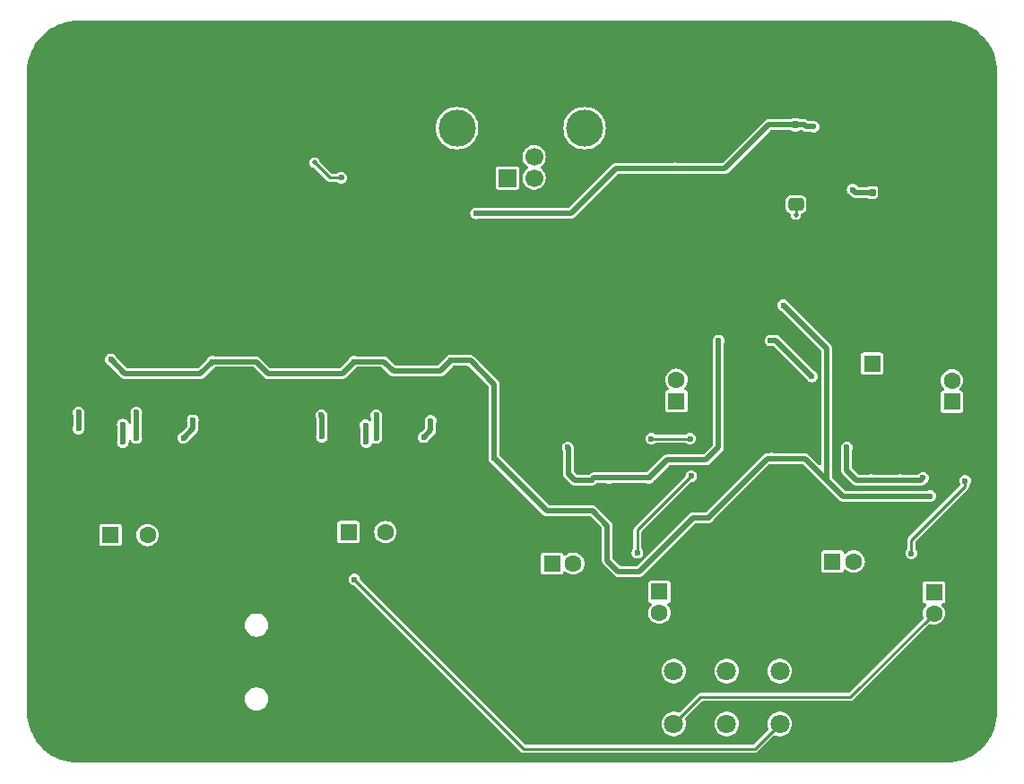
<source format=gbl>
G04 #@! TF.GenerationSoftware,KiCad,Pcbnew,8.0.5*
G04 #@! TF.CreationDate,2024-11-13T13:31:48-05:00*
G04 #@! TF.ProjectId,DacAmp,44616341-6d70-42e6-9b69-6361645f7063,rev?*
G04 #@! TF.SameCoordinates,Original*
G04 #@! TF.FileFunction,Copper,L4,Bot*
G04 #@! TF.FilePolarity,Positive*
%FSLAX46Y46*%
G04 Gerber Fmt 4.6, Leading zero omitted, Abs format (unit mm)*
G04 Created by KiCad (PCBNEW 8.0.5) date 2024-11-13 13:31:48*
%MOMM*%
%LPD*%
G01*
G04 APERTURE LIST*
G04 Aperture macros list*
%AMRoundRect*
0 Rectangle with rounded corners*
0 $1 Rounding radius*
0 $2 $3 $4 $5 $6 $7 $8 $9 X,Y pos of 4 corners*
0 Add a 4 corners polygon primitive as box body*
4,1,4,$2,$3,$4,$5,$6,$7,$8,$9,$2,$3,0*
0 Add four circle primitives for the rounded corners*
1,1,$1+$1,$2,$3*
1,1,$1+$1,$4,$5*
1,1,$1+$1,$6,$7*
1,1,$1+$1,$8,$9*
0 Add four rect primitives between the rounded corners*
20,1,$1+$1,$2,$3,$4,$5,0*
20,1,$1+$1,$4,$5,$6,$7,0*
20,1,$1+$1,$6,$7,$8,$9,0*
20,1,$1+$1,$8,$9,$2,$3,0*%
G04 Aperture macros list end*
G04 #@! TA.AperFunction,ComponentPad*
%ADD10C,4.500000*%
G04 #@! TD*
G04 #@! TA.AperFunction,ComponentPad*
%ADD11R,1.600000X1.600000*%
G04 #@! TD*
G04 #@! TA.AperFunction,ComponentPad*
%ADD12C,1.600000*%
G04 #@! TD*
G04 #@! TA.AperFunction,ComponentPad*
%ADD13C,1.800000*%
G04 #@! TD*
G04 #@! TA.AperFunction,ComponentPad*
%ADD14R,1.700000X1.700000*%
G04 #@! TD*
G04 #@! TA.AperFunction,ComponentPad*
%ADD15C,1.700000*%
G04 #@! TD*
G04 #@! TA.AperFunction,ComponentPad*
%ADD16C,3.500000*%
G04 #@! TD*
G04 #@! TA.AperFunction,SMDPad,CuDef*
%ADD17RoundRect,0.250000X0.475000X-0.337500X0.475000X0.337500X-0.475000X0.337500X-0.475000X-0.337500X0*%
G04 #@! TD*
G04 #@! TA.AperFunction,SMDPad,CuDef*
%ADD18RoundRect,0.155000X0.155000X-0.212500X0.155000X0.212500X-0.155000X0.212500X-0.155000X-0.212500X0*%
G04 #@! TD*
G04 #@! TA.AperFunction,SMDPad,CuDef*
%ADD19RoundRect,0.155000X-0.155000X0.212500X-0.155000X-0.212500X0.155000X-0.212500X0.155000X0.212500X0*%
G04 #@! TD*
G04 #@! TA.AperFunction,ComponentPad*
%ADD20C,0.499999*%
G04 #@! TD*
G04 #@! TA.AperFunction,ViaPad*
%ADD21C,0.600000*%
G04 #@! TD*
G04 #@! TA.AperFunction,ViaPad*
%ADD22C,0.500000*%
G04 #@! TD*
G04 #@! TA.AperFunction,Conductor*
%ADD23C,0.508000*%
G04 #@! TD*
G04 #@! TA.AperFunction,Conductor*
%ADD24C,0.200000*%
G04 #@! TD*
G04 #@! TA.AperFunction,Conductor*
%ADD25C,0.254000*%
G04 #@! TD*
G04 APERTURE END LIST*
D10*
X191422400Y-99562400D03*
X109422400Y-39062400D03*
D11*
X165936800Y-70187225D03*
D12*
X165936800Y-68187225D03*
D10*
X191422400Y-39062400D03*
D11*
X112496498Y-82847800D03*
D12*
X115996498Y-82847800D03*
D11*
X190251000Y-88267575D03*
D12*
X190251000Y-90267575D03*
D10*
X109422400Y-99562400D03*
D13*
X165684800Y-100706800D03*
X170684800Y-100706800D03*
X175684800Y-100706800D03*
X165684800Y-95706800D03*
X170684800Y-95706800D03*
X175684800Y-95706800D03*
D11*
X164324000Y-88207575D03*
D12*
X164324000Y-90207575D03*
D11*
X154199575Y-85551800D03*
D12*
X156199575Y-85551800D03*
D14*
X149997800Y-49116000D03*
D15*
X152497800Y-49116000D03*
X152497800Y-47116000D03*
X149997800Y-47116000D03*
D16*
X145227800Y-44406000D03*
X157267800Y-44406000D03*
D11*
X184405800Y-66659302D03*
D12*
X184405800Y-63159302D03*
D11*
X191940000Y-70247225D03*
D12*
X191940000Y-68247225D03*
D11*
X180673225Y-85354000D03*
D12*
X182673225Y-85354000D03*
D11*
X134960498Y-82568800D03*
D12*
X138460498Y-82568800D03*
D17*
X177232400Y-51591500D03*
X177232400Y-49516500D03*
D18*
X184425200Y-50485700D03*
X184425200Y-49350700D03*
D19*
X177159600Y-44092700D03*
X177159600Y-45227700D03*
D20*
X120728997Y-48477399D03*
X121228997Y-47777400D03*
X121228997Y-49177403D03*
X121728997Y-48477399D03*
D21*
X145437400Y-50592400D03*
X147342400Y-50592400D03*
X167051453Y-46116002D03*
X163852400Y-49957400D03*
X177187400Y-38527400D03*
X179727400Y-38527400D03*
X174647400Y-36622400D03*
X177187400Y-36622400D03*
X179727400Y-36622400D03*
X174647400Y-38527400D03*
X187347400Y-40432400D03*
X184807400Y-38527400D03*
X187347400Y-38527400D03*
X182267400Y-36622400D03*
X184807400Y-36622400D03*
X187347400Y-36622400D03*
X184807400Y-40432400D03*
X182267400Y-38527400D03*
X182267400Y-40432400D03*
X171472400Y-40432400D03*
X168932400Y-38527400D03*
X171472400Y-38527400D03*
X166392400Y-36622400D03*
X168932400Y-36622400D03*
X171472400Y-36622400D03*
X168932400Y-40432400D03*
X166392400Y-38527400D03*
X166392400Y-40432400D03*
X154327400Y-40432400D03*
X151787400Y-38527400D03*
X154327400Y-38527400D03*
X149247400Y-36622400D03*
X151787400Y-36622400D03*
X154327400Y-36622400D03*
X151787400Y-40432400D03*
X149247400Y-38527400D03*
X149247400Y-40432400D03*
X142897400Y-40432400D03*
X140357400Y-38527400D03*
X142897400Y-38527400D03*
X137817400Y-36622400D03*
X140357400Y-36622400D03*
X142897400Y-36622400D03*
X140357400Y-40432400D03*
X137817400Y-38527400D03*
X137817400Y-40432400D03*
X135912400Y-40432400D03*
X133372400Y-38527400D03*
X135912400Y-38527400D03*
X130832400Y-36622400D03*
X133372400Y-36622400D03*
X135912400Y-36622400D03*
X133372400Y-40432400D03*
X130832400Y-38527400D03*
X130832400Y-40432400D03*
X127657400Y-40432400D03*
X125117400Y-38527400D03*
X127657400Y-38527400D03*
X122577400Y-36622400D03*
X125117400Y-36622400D03*
X127657400Y-36622400D03*
X125117400Y-40432400D03*
X122577400Y-38527400D03*
X122577400Y-40432400D03*
X120037400Y-40432400D03*
X117497400Y-38527400D03*
X120037400Y-38527400D03*
X114957400Y-36622400D03*
X117497400Y-36622400D03*
X120037400Y-36622400D03*
X117497400Y-40432400D03*
X114957400Y-38527400D03*
X114957400Y-40432400D03*
X192427400Y-58847400D03*
X192427400Y-54402400D03*
X189887400Y-57577400D03*
X189252400Y-53767400D03*
X187347400Y-55672400D03*
X186712400Y-53767400D03*
X182902400Y-53767400D03*
X180997400Y-55672400D03*
X178457400Y-60117400D03*
X180362400Y-58212400D03*
X182902400Y-57577400D03*
X189887400Y-64562400D03*
X184807400Y-60117400D03*
X182267400Y-60117400D03*
X180362400Y-62022400D03*
X178457400Y-70912400D03*
X176552400Y-69007400D03*
X171472400Y-69007400D03*
X174012400Y-69642400D03*
X175917400Y-70912400D03*
X172742400Y-71547400D03*
X171472400Y-73452400D03*
X174012400Y-79802400D03*
X174012400Y-81707400D03*
X175282400Y-81707400D03*
X175282400Y-83612400D03*
X176552400Y-84882400D03*
X176552400Y-82977400D03*
X177822400Y-84247400D03*
X177822400Y-86152400D03*
X179092400Y-87422400D03*
X180997400Y-88692400D03*
X180997400Y-90597400D03*
X180997400Y-92502400D03*
X180997400Y-94407400D03*
X180997400Y-96312400D03*
X185442400Y-93137400D03*
X187347400Y-88057400D03*
X186712400Y-90597400D03*
X184172400Y-91232400D03*
X185442400Y-86787400D03*
X184807400Y-82342400D03*
X184807400Y-84882400D03*
X185442400Y-88692400D03*
X184172400Y-69642400D03*
X186077400Y-69642400D03*
X187982400Y-69642400D03*
X187982400Y-72182400D03*
X186077400Y-72182400D03*
X184172400Y-72182400D03*
X184172400Y-74722400D03*
X186077400Y-74722400D03*
X194332400Y-76627400D03*
X187347400Y-86152400D03*
X177822400Y-101392400D03*
X173377400Y-99487400D03*
X167662400Y-101392400D03*
X177822400Y-90597400D03*
X177822400Y-95677400D03*
X177822400Y-93137400D03*
X176552400Y-89962400D03*
X174647400Y-88692400D03*
X172742400Y-86787400D03*
X172107400Y-84882400D03*
X172107400Y-93772400D03*
X169567400Y-91867400D03*
X172107400Y-91867400D03*
X167027400Y-89962400D03*
X169567400Y-89962400D03*
X169567400Y-93772400D03*
X167027400Y-91867400D03*
X167027400Y-93772400D03*
X163217400Y-95677400D03*
X163217400Y-94407400D03*
X162582400Y-93137400D03*
X161312400Y-91867400D03*
X158772400Y-90597400D03*
X160677400Y-89962400D03*
X160677400Y-88057400D03*
X158137400Y-88692400D03*
X158137400Y-86152400D03*
X157502400Y-82977400D03*
X146072400Y-100757400D03*
X142897400Y-96312400D03*
X136547400Y-96312400D03*
X139722400Y-95042400D03*
X140992400Y-100122400D03*
X139087400Y-98217400D03*
X142897400Y-98852400D03*
X147977400Y-102662400D03*
X143532400Y-102662400D03*
X139087400Y-102662400D03*
X135277400Y-100122400D03*
X134007400Y-95677400D03*
X135912400Y-93137400D03*
X106702400Y-93772400D03*
X106702400Y-89327400D03*
X106702400Y-85517400D03*
X107972400Y-77897400D03*
X108607400Y-81707400D03*
X109242400Y-86152400D03*
X119402400Y-94407400D03*
X113687400Y-100122400D03*
X116862400Y-101392400D03*
X113687400Y-96947400D03*
X109877400Y-95677400D03*
X109877400Y-93772400D03*
X114322400Y-93772400D03*
X116227400Y-96312400D03*
X120037400Y-91867400D03*
X117497400Y-88692400D03*
X116862400Y-90597400D03*
X113687400Y-89962400D03*
X110512400Y-89962400D03*
X133372400Y-88057400D03*
X131467400Y-86787400D03*
X128927400Y-86152400D03*
X125117400Y-85517400D03*
X120672400Y-79167400D03*
X124482400Y-82977400D03*
X124482400Y-78532400D03*
X120672400Y-75992400D03*
X122577400Y-80437400D03*
X127022400Y-84247400D03*
X130197400Y-84247400D03*
X127022400Y-81707400D03*
X131467400Y-81072400D03*
X127022400Y-73452400D03*
X127022400Y-69642400D03*
X125117400Y-69642400D03*
X125117400Y-71547400D03*
X127022400Y-71547400D03*
X125117400Y-73452400D03*
X127022400Y-75357400D03*
X129562400Y-78532400D03*
X129562400Y-75992400D03*
X131467400Y-78532400D03*
X131467400Y-75992400D03*
X154327400Y-101392400D03*
X154327400Y-99487400D03*
X151152400Y-99487400D03*
X147342400Y-95042400D03*
X147342400Y-93137400D03*
X144802400Y-93137400D03*
X158137400Y-95042400D03*
X156232400Y-95042400D03*
X156232400Y-93137400D03*
X154327400Y-91232400D03*
X154327400Y-89327400D03*
X151152400Y-83612400D03*
X151152400Y-85517400D03*
X151152400Y-87422400D03*
X151152400Y-89327400D03*
X151152400Y-91232400D03*
X149247400Y-91232400D03*
X149247400Y-89327400D03*
X149247400Y-87422400D03*
X149247400Y-85517400D03*
X149247400Y-83612400D03*
X142897400Y-75992400D03*
X142897400Y-77897400D03*
X142897400Y-79802400D03*
X142897400Y-81707400D03*
X147342400Y-77897400D03*
X147342400Y-75992400D03*
X144802400Y-75992400D03*
X144802400Y-77897400D03*
X144802400Y-79802400D03*
X147342400Y-79802400D03*
X147342400Y-81707400D03*
X144802400Y-81707400D03*
X144802400Y-83612400D03*
X147342400Y-83612400D03*
X147342400Y-85517400D03*
X144802400Y-85517400D03*
X142262400Y-85517400D03*
X161947400Y-101392400D03*
X159407400Y-99487400D03*
X161947400Y-99487400D03*
X156867400Y-97582400D03*
X159407400Y-97582400D03*
X161947400Y-97582400D03*
X159407400Y-101392400D03*
X156867400Y-99487400D03*
X156867400Y-101392400D03*
X154327400Y-96947400D03*
X151152400Y-95042400D03*
X154327400Y-95042400D03*
X149247400Y-93137400D03*
X151152400Y-93137400D03*
X154327400Y-93137400D03*
X151152400Y-96947400D03*
X149247400Y-95042400D03*
X149247400Y-96947400D03*
X142262400Y-87422400D03*
X144802400Y-89327400D03*
X142262400Y-89327400D03*
X147342400Y-91232400D03*
X144802400Y-91232400D03*
X142262400Y-91232400D03*
X144802400Y-87422400D03*
X147342400Y-89327400D03*
X147342400Y-87422400D03*
X114322400Y-60117400D03*
X111782400Y-58212400D03*
X114322400Y-58212400D03*
X111782400Y-56307400D03*
X114322400Y-56307400D03*
X111782400Y-60117400D03*
X162582400Y-69642400D03*
X160042400Y-67737400D03*
X162582400Y-67737400D03*
X157502400Y-65832400D03*
X160042400Y-65832400D03*
X162582400Y-65832400D03*
X160042400Y-69642400D03*
X157502400Y-67737400D03*
X157502400Y-69642400D03*
X154962400Y-69642400D03*
X152422400Y-67737400D03*
X154962400Y-67737400D03*
X149882400Y-65832400D03*
X152422400Y-65832400D03*
X154962400Y-65832400D03*
X152422400Y-69642400D03*
X149882400Y-67737400D03*
X149882400Y-69642400D03*
X154962400Y-54402400D03*
X154962400Y-56307400D03*
X152422400Y-56307400D03*
X149882400Y-56307400D03*
X147342400Y-56307400D03*
X119402400Y-56307400D03*
X121942400Y-56307400D03*
X116862400Y-56307400D03*
X121942400Y-54402400D03*
X119402400Y-54402400D03*
X124482400Y-54402400D03*
X127022400Y-56307400D03*
X129562400Y-56307400D03*
X124482400Y-56307400D03*
X129562400Y-54402400D03*
X127022400Y-54402400D03*
X132102400Y-54402400D03*
X134642400Y-56307400D03*
X137182400Y-56307400D03*
X132102400Y-56307400D03*
X137182400Y-54402400D03*
X134007400Y-54402400D03*
X139722400Y-54402400D03*
X142262400Y-56307400D03*
X144802400Y-56307400D03*
X139722400Y-56307400D03*
X142262400Y-54402400D03*
X157502400Y-54402400D03*
X160042400Y-56307400D03*
X162582400Y-56307400D03*
X157502400Y-56307400D03*
X162582400Y-54402400D03*
X160042400Y-54402400D03*
X164487400Y-56942400D03*
X164487400Y-55037400D03*
X166392400Y-56942400D03*
X166392400Y-55037400D03*
X164487400Y-51862400D03*
X166392400Y-53767400D03*
X168932400Y-53767400D03*
X164487400Y-53767400D03*
X168932400Y-51862400D03*
X166392400Y-51862400D03*
X168932400Y-55037400D03*
X171472400Y-56942400D03*
X174012400Y-56942400D03*
X168932400Y-56942400D03*
X174012400Y-55037400D03*
X171472400Y-55037400D03*
X164487400Y-63927400D03*
X161947400Y-62022400D03*
X164487400Y-62022400D03*
X159407400Y-60117400D03*
X161947400Y-60117400D03*
X164487400Y-60117400D03*
X164487400Y-58212400D03*
X161947400Y-63927400D03*
X161947400Y-58212400D03*
X159407400Y-58212400D03*
X159407400Y-62022400D03*
X159407400Y-63927400D03*
X147342400Y-62022400D03*
X147342400Y-60117400D03*
X147342400Y-58212400D03*
X147342400Y-63927400D03*
X149882400Y-58212400D03*
X154962400Y-58212400D03*
X149882400Y-63927400D03*
X152422400Y-63927400D03*
X152422400Y-58212400D03*
X152422400Y-62022400D03*
X149882400Y-62022400D03*
X149882400Y-60117400D03*
X157502400Y-63927400D03*
X154962400Y-62022400D03*
X154962400Y-63927400D03*
X157502400Y-62022400D03*
X152422400Y-60117400D03*
X154962400Y-60117400D03*
X157502400Y-58212400D03*
X157502400Y-60117400D03*
X134642400Y-60117400D03*
X132102400Y-60117400D03*
X134642400Y-58212400D03*
X134642400Y-63927400D03*
X132102400Y-58212400D03*
X132102400Y-63927400D03*
X134642400Y-62022400D03*
X132102400Y-62022400D03*
X144802400Y-58212400D03*
X142262400Y-63927400D03*
X144802400Y-62022400D03*
X144802400Y-60117400D03*
X144802400Y-63927400D03*
X137182400Y-60117400D03*
X139722400Y-60117400D03*
X142262400Y-60117400D03*
X142262400Y-62022400D03*
X142262400Y-58212400D03*
X137182400Y-63927400D03*
X139722400Y-63927400D03*
X139722400Y-62022400D03*
X139722400Y-58212400D03*
X137182400Y-58212400D03*
X137182400Y-62022400D03*
X129562400Y-60117400D03*
X127022400Y-60117400D03*
X129562400Y-58212400D03*
X129562400Y-63927400D03*
X127022400Y-58212400D03*
X127022400Y-63927400D03*
X129562400Y-62022400D03*
X127022400Y-62022400D03*
X124482400Y-60117400D03*
X121942400Y-60117400D03*
X124482400Y-58212400D03*
X124482400Y-63927400D03*
X121942400Y-58212400D03*
X121942400Y-63927400D03*
X124482400Y-62022400D03*
X121942400Y-62022400D03*
X119402400Y-63927400D03*
X116862400Y-63927400D03*
X119402400Y-62022400D03*
X116862400Y-62022400D03*
X119402400Y-60117400D03*
X116862400Y-60117400D03*
X119402400Y-58212400D03*
X116862400Y-58212400D03*
X182394400Y-47671400D03*
X182394400Y-46020400D03*
X182394400Y-42591400D03*
X180870400Y-44369400D03*
X180870400Y-47544400D03*
X180870400Y-48814400D03*
X180870400Y-50084400D03*
X180870400Y-51354400D03*
X176044400Y-61133400D03*
X189887400Y-79167400D03*
X174901400Y-75611400D03*
X168932400Y-81199400D03*
X138213200Y-43950800D03*
X132021400Y-99434400D03*
X187012000Y-44251200D03*
X133133200Y-51316800D03*
X172222400Y-50262400D03*
X178630000Y-49534400D03*
X139308400Y-74068400D03*
X128722400Y-73312400D03*
X190618800Y-44606800D03*
X121249600Y-44284000D03*
X189450400Y-51261600D03*
X119994000Y-66448400D03*
X105795400Y-73306400D03*
X182808400Y-80893400D03*
X162123400Y-74624400D03*
X155649800Y-82463000D03*
X173022400Y-51212400D03*
X130644000Y-46135200D03*
X148846000Y-77684400D03*
X132218800Y-51316800D03*
X136994000Y-43950800D03*
X172072400Y-52462400D03*
X171972400Y-51412400D03*
X173572400Y-50362400D03*
X132218800Y-50300800D03*
X173372400Y-52212400D03*
X139889600Y-48014800D03*
X120690800Y-50837200D03*
X119725600Y-51700800D03*
X139584800Y-50097600D03*
X142925500Y-83781500D03*
X166117200Y-49340400D03*
X115356800Y-53326400D03*
X128866000Y-46135200D03*
X160934000Y-38267600D03*
X118760400Y-52513600D03*
X146019800Y-54131800D03*
X178601800Y-45216400D03*
X117693600Y-53224800D03*
X182998800Y-49382000D03*
X135724000Y-43544400D03*
X165552400Y-77672400D03*
X132656400Y-91941400D03*
X133387200Y-43138000D03*
X160912400Y-50811200D03*
X116474400Y-53275600D03*
X188002800Y-74633600D03*
X133415600Y-66448400D03*
X119511400Y-84990400D03*
X187113600Y-46384800D03*
X160912400Y-43953200D03*
X172954000Y-59967200D03*
X173372400Y-53312400D03*
X175086800Y-77718400D03*
X114239200Y-53326400D03*
X119829400Y-99307400D03*
X142559600Y-66397600D03*
X187012000Y-50499600D03*
X172700000Y-67028400D03*
X194860800Y-79256400D03*
X116844400Y-73941400D03*
X134606400Y-43341200D03*
X151472400Y-54162400D03*
X168905200Y-79196400D03*
X110443600Y-66397600D03*
X182572400Y-50212400D03*
X165822400Y-48212400D03*
X178872400Y-44262400D03*
X134301600Y-49081600D03*
X147022400Y-52462400D03*
D22*
X131761600Y-47659200D03*
X177207600Y-52582400D03*
D21*
X167330400Y-77291400D03*
X162250400Y-84530400D03*
X193184400Y-77732400D03*
X188104400Y-84590400D03*
X144622400Y-66362400D03*
X122122400Y-66462400D03*
X112524300Y-66262400D03*
X148722400Y-75562400D03*
X135522400Y-66462400D03*
X109478400Y-71274400D03*
X109478400Y-72798400D03*
X113669400Y-74068400D03*
X113669400Y-72417400D03*
X114939400Y-73687400D03*
X114939400Y-71274400D03*
X120272400Y-72012400D03*
X119402578Y-73679291D03*
X132450400Y-73560400D03*
X132398488Y-71528400D03*
X136579044Y-72482044D03*
X136641400Y-74068400D03*
X137591641Y-71519043D03*
X137597000Y-73687400D03*
X142722400Y-72062400D03*
X142072400Y-73612400D03*
X135522400Y-87062400D03*
X163572400Y-73762400D03*
X167222400Y-73762400D03*
X187022400Y-77662400D03*
X174822400Y-64462400D03*
X189222400Y-77462400D03*
X184322400Y-77662400D03*
X182022400Y-74562400D03*
X178722400Y-67862400D03*
X159522400Y-77462400D03*
X157922400Y-77662400D03*
X155672400Y-74562400D03*
X169922400Y-64462400D03*
X163322400Y-77462400D03*
X131467400Y-49703400D03*
D23*
X180108400Y-77643400D02*
X181632400Y-79167400D01*
X180108400Y-65197400D02*
X180108400Y-77643400D01*
X176044400Y-61133400D02*
X180108400Y-65197400D01*
X181632400Y-79167400D02*
X189887400Y-79167400D01*
X178076400Y-75611400D02*
X181632400Y-79167400D01*
X174901400Y-75611400D02*
X178076400Y-75611400D01*
X174520400Y-75611400D02*
X174901400Y-75611400D01*
X168932400Y-81199400D02*
X174520400Y-75611400D01*
X167535400Y-81199400D02*
X168932400Y-81199400D01*
X163725400Y-85009400D02*
X167535400Y-81199400D01*
X162455400Y-86279400D02*
X163725400Y-85009400D01*
X160423400Y-86279400D02*
X162455400Y-86279400D01*
X159407400Y-81961400D02*
X159407400Y-84501400D01*
X159407400Y-84501400D02*
X159407400Y-85263400D01*
X159407400Y-85263400D02*
X160423400Y-86279400D01*
X158010400Y-80564400D02*
X159407400Y-81961400D01*
X149882400Y-76754400D02*
X153692400Y-80564400D01*
X153692400Y-80564400D02*
X158010400Y-80564400D01*
X148722400Y-75594400D02*
X149882400Y-76754400D01*
X148722400Y-75562400D02*
X148722400Y-75594400D01*
X144622400Y-66362400D02*
X146475400Y-66362400D01*
X146475400Y-66362400D02*
X148722400Y-68609400D01*
X148722400Y-68609400D02*
X148722400Y-75562400D01*
X143628400Y-67356400D02*
X144622400Y-66362400D01*
X138320400Y-66462400D02*
X139214400Y-67356400D01*
X139214400Y-67356400D02*
X143628400Y-67356400D01*
X135522400Y-66462400D02*
X138320400Y-66462400D01*
X127403400Y-67610400D02*
X134374400Y-67610400D01*
X126255400Y-66462400D02*
X127403400Y-67610400D01*
X134374400Y-67610400D02*
X135522400Y-66462400D01*
X122122400Y-66462400D02*
X126255400Y-66462400D01*
X113872300Y-67610400D02*
X120974400Y-67610400D01*
X112524300Y-66262400D02*
X113872300Y-67610400D01*
X120974400Y-67610400D02*
X122122400Y-66462400D01*
D24*
X178601800Y-45216400D02*
X178590500Y-45227700D01*
D23*
X183030100Y-49350700D02*
X182998800Y-49382000D01*
X184425200Y-49350700D02*
X183030100Y-49350700D01*
X178590500Y-45227700D02*
X177159600Y-45227700D01*
D25*
X177232400Y-49516500D02*
X178612100Y-49516500D01*
X178612100Y-49516500D02*
X178630000Y-49534400D01*
D23*
X182572400Y-50212400D02*
X182845700Y-50485700D01*
X182845700Y-50485700D02*
X184425200Y-50485700D01*
X160222400Y-48212400D02*
X165822400Y-48212400D01*
X174592100Y-44092700D02*
X177159600Y-44092700D01*
X155972400Y-52462400D02*
X156022400Y-52412400D01*
D25*
X131761600Y-47659200D02*
X133184000Y-49081600D01*
D23*
X178872400Y-44262400D02*
X178222400Y-44262400D01*
X178052700Y-44092700D02*
X177159600Y-44092700D01*
X178222400Y-44262400D02*
X178052700Y-44092700D01*
X165822400Y-48212400D02*
X170472400Y-48212400D01*
D25*
X133184000Y-49081600D02*
X134301600Y-49081600D01*
D23*
X170472400Y-48212400D02*
X174592100Y-44092700D01*
X147022400Y-52462400D02*
X155972400Y-52462400D01*
X156022400Y-52412400D02*
X160222400Y-48212400D01*
D25*
X177232400Y-52557600D02*
X177207600Y-52582400D01*
X177232400Y-51591500D02*
X177232400Y-52557600D01*
X162250400Y-82371400D02*
X167330400Y-77291400D01*
X162250400Y-84530400D02*
X162250400Y-82371400D01*
X168229200Y-98162400D02*
X182356175Y-98162400D01*
X165684800Y-100706800D02*
X168229200Y-98162400D01*
X182356175Y-98162400D02*
X190251000Y-90267575D01*
X188104400Y-84590400D02*
X188104400Y-83320400D01*
X188104400Y-83320400D02*
X189882400Y-81542400D01*
X193184400Y-78240400D02*
X193184400Y-77732400D01*
X189882400Y-81542400D02*
X193184400Y-78240400D01*
D23*
X109478400Y-71274400D02*
X109478400Y-72798400D01*
X113669400Y-74068400D02*
X113669400Y-72417400D01*
X114939400Y-73687400D02*
X114939400Y-71274400D01*
X120272400Y-72809469D02*
X119402578Y-73679291D01*
X120272400Y-72012400D02*
X120272400Y-72809469D01*
X132398488Y-71528400D02*
X132450400Y-71580312D01*
X132450400Y-71580312D02*
X132450400Y-73560400D01*
X136641400Y-72544400D02*
X136579044Y-72482044D01*
X136641400Y-74068400D02*
X136641400Y-72544400D01*
X137597000Y-73687400D02*
X137657400Y-73627000D01*
X137657400Y-73627000D02*
X137657400Y-71584802D01*
X137657400Y-71584802D02*
X137591641Y-71519043D01*
X142072400Y-73612400D02*
X142722400Y-72962400D01*
X142722400Y-72962400D02*
X142722400Y-72062400D01*
D25*
X151522400Y-103062400D02*
X173329200Y-103062400D01*
X135522400Y-87062400D02*
X151522400Y-103062400D01*
X173329200Y-103062400D02*
X175684800Y-100706800D01*
X167222400Y-73762400D02*
X163572400Y-73762400D01*
D23*
X187022400Y-77662400D02*
X189022400Y-77662400D01*
X189022400Y-77662400D02*
X189222400Y-77462400D01*
X182022400Y-76762400D02*
X182922400Y-77662400D01*
X184322400Y-77662400D02*
X187022400Y-77662400D01*
X182022400Y-74562400D02*
X182022400Y-76762400D01*
X178722400Y-67862400D02*
X175322400Y-64462400D01*
X175322400Y-64462400D02*
X174822400Y-64462400D01*
X182922400Y-77662400D02*
X184322400Y-77662400D01*
X158122400Y-77462400D02*
X157922400Y-77662400D01*
X157922400Y-77662400D02*
X156322400Y-77662400D01*
X156322400Y-77662400D02*
X155722400Y-77062400D01*
X168822400Y-75662400D02*
X168722400Y-75762400D01*
X169922400Y-74562400D02*
X168822400Y-75662400D01*
X155722400Y-74612400D02*
X155672400Y-74562400D01*
X165022400Y-75762400D02*
X163322400Y-77462400D01*
X159522400Y-77462400D02*
X158122400Y-77462400D01*
X155722400Y-77062400D02*
X155722400Y-74612400D01*
X169922400Y-64462400D02*
X169922400Y-74562400D01*
X163322400Y-77462400D02*
X159522400Y-77462400D01*
X168722400Y-75762400D02*
X165022400Y-75762400D01*
G04 #@! TA.AperFunction,Conductor*
G36*
X191425102Y-34263017D02*
G01*
X191835317Y-34280928D01*
X191846054Y-34281868D01*
X192250457Y-34335108D01*
X192261095Y-34336983D01*
X192659325Y-34425269D01*
X192669765Y-34428067D01*
X193058763Y-34550717D01*
X193068924Y-34554415D01*
X193445763Y-34710508D01*
X193455555Y-34715074D01*
X193817365Y-34903420D01*
X193826705Y-34908813D01*
X194112036Y-35090589D01*
X194170709Y-35127968D01*
X194179570Y-35134172D01*
X194503166Y-35382476D01*
X194511453Y-35389430D01*
X194812167Y-35664983D01*
X194819816Y-35672632D01*
X195095369Y-35973346D01*
X195102323Y-35981633D01*
X195350627Y-36305229D01*
X195356831Y-36314090D01*
X195575978Y-36658080D01*
X195581387Y-36667448D01*
X195769722Y-37029238D01*
X195774294Y-37039042D01*
X195930383Y-37415873D01*
X195934083Y-37426039D01*
X196056731Y-37815030D01*
X196059531Y-37825478D01*
X196147814Y-38223696D01*
X196149692Y-38234350D01*
X196202929Y-38638726D01*
X196203872Y-38649502D01*
X196221782Y-39059697D01*
X196221900Y-39065106D01*
X196221900Y-99559693D01*
X196221782Y-99565102D01*
X196203872Y-99975297D01*
X196202929Y-99986073D01*
X196149692Y-100390449D01*
X196147814Y-100401103D01*
X196059531Y-100799321D01*
X196056731Y-100809769D01*
X195934083Y-101198760D01*
X195930383Y-101208926D01*
X195774294Y-101585757D01*
X195769722Y-101595561D01*
X195581387Y-101957351D01*
X195575978Y-101966719D01*
X195356831Y-102310709D01*
X195350627Y-102319570D01*
X195102323Y-102643166D01*
X195095369Y-102651453D01*
X194819816Y-102952167D01*
X194812167Y-102959816D01*
X194511453Y-103235369D01*
X194503166Y-103242323D01*
X194179570Y-103490627D01*
X194170709Y-103496831D01*
X193826719Y-103715978D01*
X193817351Y-103721387D01*
X193455561Y-103909722D01*
X193445757Y-103914294D01*
X193068926Y-104070383D01*
X193058760Y-104074083D01*
X192669769Y-104196731D01*
X192659321Y-104199531D01*
X192261103Y-104287814D01*
X192250449Y-104289692D01*
X191846073Y-104342929D01*
X191835297Y-104343872D01*
X191425103Y-104361782D01*
X191419694Y-104361900D01*
X109425106Y-104361900D01*
X109419697Y-104361782D01*
X109009502Y-104343872D01*
X108998726Y-104342929D01*
X108594350Y-104289692D01*
X108583696Y-104287814D01*
X108185478Y-104199531D01*
X108175030Y-104196731D01*
X107786039Y-104074083D01*
X107775873Y-104070383D01*
X107399042Y-103914294D01*
X107389238Y-103909722D01*
X107269526Y-103847404D01*
X107027442Y-103721383D01*
X107018086Y-103715982D01*
X106846085Y-103606404D01*
X106674090Y-103496831D01*
X106665229Y-103490627D01*
X106341633Y-103242323D01*
X106333346Y-103235369D01*
X106032632Y-102959816D01*
X106024983Y-102952167D01*
X105749430Y-102651453D01*
X105742476Y-102643166D01*
X105494172Y-102319570D01*
X105487968Y-102310709D01*
X105434470Y-102226734D01*
X105268813Y-101966705D01*
X105263420Y-101957365D01*
X105075074Y-101595555D01*
X105070505Y-101585757D01*
X105028855Y-101485206D01*
X104914415Y-101208924D01*
X104910716Y-101198760D01*
X104788068Y-100809769D01*
X104785268Y-100799321D01*
X104764757Y-100706800D01*
X104696983Y-100401095D01*
X104695107Y-100390449D01*
X104641868Y-99986054D01*
X104640928Y-99975317D01*
X104623018Y-99565102D01*
X104622900Y-99559693D01*
X104622900Y-98267389D01*
X125188500Y-98267389D01*
X125188500Y-98440611D01*
X125215598Y-98611701D01*
X125269127Y-98776445D01*
X125347768Y-98930788D01*
X125449586Y-99070928D01*
X125572072Y-99193414D01*
X125712212Y-99295232D01*
X125866555Y-99373873D01*
X126031299Y-99427402D01*
X126202389Y-99454500D01*
X126202390Y-99454500D01*
X126375610Y-99454500D01*
X126375611Y-99454500D01*
X126546701Y-99427402D01*
X126711445Y-99373873D01*
X126865788Y-99295232D01*
X127005928Y-99193414D01*
X127128414Y-99070928D01*
X127230232Y-98930788D01*
X127308873Y-98776445D01*
X127362402Y-98611701D01*
X127389500Y-98440611D01*
X127389500Y-98267389D01*
X127362402Y-98096299D01*
X127308873Y-97931555D01*
X127230232Y-97777212D01*
X127128414Y-97637072D01*
X127005928Y-97514586D01*
X126865788Y-97412768D01*
X126711445Y-97334127D01*
X126546701Y-97280598D01*
X126546699Y-97280597D01*
X126546698Y-97280597D01*
X126415271Y-97259781D01*
X126375611Y-97253500D01*
X126202389Y-97253500D01*
X126162728Y-97259781D01*
X126031302Y-97280597D01*
X125866552Y-97334128D01*
X125712211Y-97412768D01*
X125632256Y-97470859D01*
X125572072Y-97514586D01*
X125572070Y-97514588D01*
X125572069Y-97514588D01*
X125449588Y-97637069D01*
X125449588Y-97637070D01*
X125449586Y-97637072D01*
X125405859Y-97697256D01*
X125347768Y-97777211D01*
X125269128Y-97931552D01*
X125215597Y-98096302D01*
X125188500Y-98267389D01*
X104622900Y-98267389D01*
X104622900Y-91267389D01*
X125188500Y-91267389D01*
X125188500Y-91440611D01*
X125215598Y-91611701D01*
X125269127Y-91776445D01*
X125347768Y-91930788D01*
X125449586Y-92070928D01*
X125572072Y-92193414D01*
X125712212Y-92295232D01*
X125866555Y-92373873D01*
X126031299Y-92427402D01*
X126202389Y-92454500D01*
X126202390Y-92454500D01*
X126375610Y-92454500D01*
X126375611Y-92454500D01*
X126546701Y-92427402D01*
X126711445Y-92373873D01*
X126865788Y-92295232D01*
X127005928Y-92193414D01*
X127128414Y-92070928D01*
X127230232Y-91930788D01*
X127308873Y-91776445D01*
X127362402Y-91611701D01*
X127389500Y-91440611D01*
X127389500Y-91267389D01*
X127362402Y-91096299D01*
X127308873Y-90931555D01*
X127230232Y-90777212D01*
X127128414Y-90637072D01*
X127005928Y-90514586D01*
X126865788Y-90412768D01*
X126711445Y-90334127D01*
X126546701Y-90280598D01*
X126546699Y-90280597D01*
X126546698Y-90280597D01*
X126415271Y-90259781D01*
X126375611Y-90253500D01*
X126202389Y-90253500D01*
X126162728Y-90259781D01*
X126031302Y-90280597D01*
X125866552Y-90334128D01*
X125712211Y-90412768D01*
X125632256Y-90470859D01*
X125572072Y-90514586D01*
X125572070Y-90514588D01*
X125572069Y-90514588D01*
X125449588Y-90637069D01*
X125449588Y-90637070D01*
X125449586Y-90637072D01*
X125424550Y-90671531D01*
X125347768Y-90777211D01*
X125269128Y-90931552D01*
X125215597Y-91096302D01*
X125207843Y-91145260D01*
X125188500Y-91267389D01*
X104622900Y-91267389D01*
X104622900Y-87062400D01*
X134967150Y-87062400D01*
X134979614Y-87157075D01*
X134986070Y-87206108D01*
X134986071Y-87206112D01*
X135041537Y-87340022D01*
X135041538Y-87340024D01*
X135041539Y-87340025D01*
X135129779Y-87455021D01*
X135244775Y-87543261D01*
X135378691Y-87598730D01*
X135505296Y-87615398D01*
X135569192Y-87643665D01*
X135576791Y-87650656D01*
X151290610Y-103364475D01*
X151376690Y-103414174D01*
X151472701Y-103439900D01*
X151472703Y-103439900D01*
X173378897Y-103439900D01*
X173378899Y-103439900D01*
X173474910Y-103414174D01*
X173560990Y-103364475D01*
X175123162Y-101802301D01*
X175184483Y-101768818D01*
X175254174Y-101773802D01*
X175255634Y-101774357D01*
X175368602Y-101818121D01*
X175578190Y-101857300D01*
X175578192Y-101857300D01*
X175791408Y-101857300D01*
X175791410Y-101857300D01*
X176000998Y-101818121D01*
X176199819Y-101741098D01*
X176381102Y-101628852D01*
X176538672Y-101485207D01*
X176667166Y-101315055D01*
X176693670Y-101261828D01*
X176762203Y-101124194D01*
X176762203Y-101124193D01*
X176762205Y-101124189D01*
X176820556Y-100919110D01*
X176840229Y-100706800D01*
X176820556Y-100494490D01*
X176762205Y-100289411D01*
X176762203Y-100289406D01*
X176762203Y-100289405D01*
X176667167Y-100098546D01*
X176538672Y-99928393D01*
X176381102Y-99784748D01*
X176199819Y-99672502D01*
X176199817Y-99672501D01*
X176041824Y-99611295D01*
X176000998Y-99595479D01*
X175791410Y-99556300D01*
X175578190Y-99556300D01*
X175368602Y-99595479D01*
X175368599Y-99595479D01*
X175368599Y-99595480D01*
X175169782Y-99672501D01*
X175169780Y-99672502D01*
X174988499Y-99784747D01*
X174830927Y-99928393D01*
X174702432Y-100098546D01*
X174607396Y-100289405D01*
X174607396Y-100289407D01*
X174549044Y-100494489D01*
X174529371Y-100706799D01*
X174529371Y-100706800D01*
X174549044Y-100919110D01*
X174607396Y-101124192D01*
X174607396Y-101124194D01*
X174609565Y-101128549D01*
X174621820Y-101197335D01*
X174594942Y-101261828D01*
X174586241Y-101271492D01*
X173209154Y-102648581D01*
X173147831Y-102682066D01*
X173121473Y-102684900D01*
X151730127Y-102684900D01*
X151663088Y-102665215D01*
X151642446Y-102648581D01*
X149700664Y-100706799D01*
X164529371Y-100706799D01*
X164529371Y-100706800D01*
X164549044Y-100919110D01*
X164607396Y-101124192D01*
X164607396Y-101124194D01*
X164702432Y-101315053D01*
X164702434Y-101315055D01*
X164830928Y-101485207D01*
X164988498Y-101628852D01*
X165169781Y-101741098D01*
X165368602Y-101818121D01*
X165578190Y-101857300D01*
X165578192Y-101857300D01*
X165791408Y-101857300D01*
X165791410Y-101857300D01*
X166000998Y-101818121D01*
X166199819Y-101741098D01*
X166381102Y-101628852D01*
X166538672Y-101485207D01*
X166667166Y-101315055D01*
X166693670Y-101261828D01*
X166762203Y-101124194D01*
X166762203Y-101124193D01*
X166762205Y-101124189D01*
X166820556Y-100919110D01*
X166840229Y-100706800D01*
X166840229Y-100706799D01*
X169529371Y-100706799D01*
X169529371Y-100706800D01*
X169549044Y-100919110D01*
X169607396Y-101124192D01*
X169607396Y-101124194D01*
X169702432Y-101315053D01*
X169702434Y-101315055D01*
X169830928Y-101485207D01*
X169988498Y-101628852D01*
X170169781Y-101741098D01*
X170368602Y-101818121D01*
X170578190Y-101857300D01*
X170578192Y-101857300D01*
X170791408Y-101857300D01*
X170791410Y-101857300D01*
X171000998Y-101818121D01*
X171199819Y-101741098D01*
X171381102Y-101628852D01*
X171538672Y-101485207D01*
X171667166Y-101315055D01*
X171693670Y-101261828D01*
X171762203Y-101124194D01*
X171762203Y-101124193D01*
X171762205Y-101124189D01*
X171820556Y-100919110D01*
X171840229Y-100706800D01*
X171820556Y-100494490D01*
X171762205Y-100289411D01*
X171762203Y-100289406D01*
X171762203Y-100289405D01*
X171667167Y-100098546D01*
X171538672Y-99928393D01*
X171381102Y-99784748D01*
X171199819Y-99672502D01*
X171199817Y-99672501D01*
X171041824Y-99611295D01*
X171000998Y-99595479D01*
X170791410Y-99556300D01*
X170578190Y-99556300D01*
X170368602Y-99595479D01*
X170368599Y-99595479D01*
X170368599Y-99595480D01*
X170169782Y-99672501D01*
X170169780Y-99672502D01*
X169988499Y-99784747D01*
X169830927Y-99928393D01*
X169702432Y-100098546D01*
X169607396Y-100289405D01*
X169607396Y-100289407D01*
X169549044Y-100494489D01*
X169529371Y-100706799D01*
X166840229Y-100706799D01*
X166820556Y-100494490D01*
X166762205Y-100289411D01*
X166760039Y-100285062D01*
X166747776Y-100216279D01*
X166774647Y-100151783D01*
X166783347Y-100142116D01*
X168349246Y-98576219D01*
X168410569Y-98542734D01*
X168436927Y-98539900D01*
X182405872Y-98539900D01*
X182405874Y-98539900D01*
X182501885Y-98514174D01*
X182587965Y-98464475D01*
X189765788Y-91286651D01*
X189827109Y-91253168D01*
X189889459Y-91255672D01*
X190045066Y-91302875D01*
X190045065Y-91302875D01*
X190063529Y-91304693D01*
X190251000Y-91323158D01*
X190456934Y-91302875D01*
X190654954Y-91242807D01*
X190837450Y-91145260D01*
X190997410Y-91013985D01*
X191128685Y-90854025D01*
X191226232Y-90671529D01*
X191286300Y-90473509D01*
X191306583Y-90267575D01*
X191286300Y-90061641D01*
X191226232Y-89863621D01*
X191128685Y-89681125D01*
X190997410Y-89521165D01*
X190996227Y-89519723D01*
X190968915Y-89455413D01*
X190980706Y-89386546D01*
X191027859Y-89334986D01*
X191070035Y-89320951D01*
X191069700Y-89319264D01*
X191148735Y-89303542D01*
X191148735Y-89303541D01*
X191148740Y-89303541D01*
X191231601Y-89248176D01*
X191286966Y-89165315D01*
X191301500Y-89092249D01*
X191301500Y-87442901D01*
X191301500Y-87442898D01*
X191301499Y-87442896D01*
X191286967Y-87369839D01*
X191286966Y-87369835D01*
X191267046Y-87340022D01*
X191231601Y-87286974D01*
X191148740Y-87231609D01*
X191148739Y-87231608D01*
X191148735Y-87231607D01*
X191075677Y-87217075D01*
X191075674Y-87217075D01*
X189426326Y-87217075D01*
X189426323Y-87217075D01*
X189353264Y-87231607D01*
X189353260Y-87231608D01*
X189270399Y-87286974D01*
X189215033Y-87369835D01*
X189215032Y-87369839D01*
X189200500Y-87442896D01*
X189200500Y-89092253D01*
X189215032Y-89165310D01*
X189215033Y-89165314D01*
X189215034Y-89165315D01*
X189270399Y-89248176D01*
X189310524Y-89274986D01*
X189353260Y-89303541D01*
X189353264Y-89303542D01*
X189432300Y-89319264D01*
X189431835Y-89321600D01*
X189486850Y-89343810D01*
X189527214Y-89400840D01*
X189530338Y-89470640D01*
X189505772Y-89519723D01*
X189373317Y-89681121D01*
X189275769Y-89863618D01*
X189215699Y-90061642D01*
X189195417Y-90267575D01*
X189215699Y-90473507D01*
X189215700Y-90473509D01*
X189262901Y-90629111D01*
X189263524Y-90698977D01*
X189231921Y-90752786D01*
X182236129Y-97748581D01*
X182174806Y-97782066D01*
X182148448Y-97784900D01*
X168179501Y-97784900D01*
X168083489Y-97810626D01*
X167997410Y-97860325D01*
X167997407Y-97860327D01*
X166246438Y-99611295D01*
X166185115Y-99644780D01*
X166115423Y-99639796D01*
X166113964Y-99639241D01*
X166001002Y-99595480D01*
X166000999Y-99595479D01*
X166000998Y-99595479D01*
X165791410Y-99556300D01*
X165578190Y-99556300D01*
X165368602Y-99595479D01*
X165368599Y-99595479D01*
X165368599Y-99595480D01*
X165169782Y-99672501D01*
X165169780Y-99672502D01*
X164988499Y-99784747D01*
X164830927Y-99928393D01*
X164702432Y-100098546D01*
X164607396Y-100289405D01*
X164607396Y-100289407D01*
X164549044Y-100494489D01*
X164529371Y-100706799D01*
X149700664Y-100706799D01*
X144700664Y-95706799D01*
X164529371Y-95706799D01*
X164529371Y-95706800D01*
X164549044Y-95919110D01*
X164607396Y-96124192D01*
X164607396Y-96124194D01*
X164702432Y-96315053D01*
X164702434Y-96315055D01*
X164830928Y-96485207D01*
X164988498Y-96628852D01*
X165169781Y-96741098D01*
X165368602Y-96818121D01*
X165578190Y-96857300D01*
X165578192Y-96857300D01*
X165791408Y-96857300D01*
X165791410Y-96857300D01*
X166000998Y-96818121D01*
X166199819Y-96741098D01*
X166381102Y-96628852D01*
X166538672Y-96485207D01*
X166667166Y-96315055D01*
X166762205Y-96124189D01*
X166820556Y-95919110D01*
X166840229Y-95706800D01*
X166840229Y-95706799D01*
X169529371Y-95706799D01*
X169529371Y-95706800D01*
X169549044Y-95919110D01*
X169607396Y-96124192D01*
X169607396Y-96124194D01*
X169702432Y-96315053D01*
X169702434Y-96315055D01*
X169830928Y-96485207D01*
X169988498Y-96628852D01*
X170169781Y-96741098D01*
X170368602Y-96818121D01*
X170578190Y-96857300D01*
X170578192Y-96857300D01*
X170791408Y-96857300D01*
X170791410Y-96857300D01*
X171000998Y-96818121D01*
X171199819Y-96741098D01*
X171381102Y-96628852D01*
X171538672Y-96485207D01*
X171667166Y-96315055D01*
X171762205Y-96124189D01*
X171820556Y-95919110D01*
X171840229Y-95706800D01*
X171840229Y-95706799D01*
X174529371Y-95706799D01*
X174529371Y-95706800D01*
X174549044Y-95919110D01*
X174607396Y-96124192D01*
X174607396Y-96124194D01*
X174702432Y-96315053D01*
X174702434Y-96315055D01*
X174830928Y-96485207D01*
X174988498Y-96628852D01*
X175169781Y-96741098D01*
X175368602Y-96818121D01*
X175578190Y-96857300D01*
X175578192Y-96857300D01*
X175791408Y-96857300D01*
X175791410Y-96857300D01*
X176000998Y-96818121D01*
X176199819Y-96741098D01*
X176381102Y-96628852D01*
X176538672Y-96485207D01*
X176667166Y-96315055D01*
X176762205Y-96124189D01*
X176820556Y-95919110D01*
X176840229Y-95706800D01*
X176820556Y-95494490D01*
X176762205Y-95289411D01*
X176762203Y-95289406D01*
X176762203Y-95289405D01*
X176667167Y-95098546D01*
X176538672Y-94928393D01*
X176381102Y-94784748D01*
X176199819Y-94672502D01*
X176199817Y-94672501D01*
X176100408Y-94633990D01*
X176000998Y-94595479D01*
X175791410Y-94556300D01*
X175578190Y-94556300D01*
X175368602Y-94595479D01*
X175368599Y-94595479D01*
X175368599Y-94595480D01*
X175169782Y-94672501D01*
X175169780Y-94672502D01*
X174988499Y-94784747D01*
X174830927Y-94928393D01*
X174702432Y-95098546D01*
X174607396Y-95289405D01*
X174607396Y-95289407D01*
X174549044Y-95494489D01*
X174529371Y-95706799D01*
X171840229Y-95706799D01*
X171820556Y-95494490D01*
X171762205Y-95289411D01*
X171762203Y-95289406D01*
X171762203Y-95289405D01*
X171667167Y-95098546D01*
X171538672Y-94928393D01*
X171381102Y-94784748D01*
X171199819Y-94672502D01*
X171199817Y-94672501D01*
X171100408Y-94633990D01*
X171000998Y-94595479D01*
X170791410Y-94556300D01*
X170578190Y-94556300D01*
X170368602Y-94595479D01*
X170368599Y-94595479D01*
X170368599Y-94595480D01*
X170169782Y-94672501D01*
X170169780Y-94672502D01*
X169988499Y-94784747D01*
X169830927Y-94928393D01*
X169702432Y-95098546D01*
X169607396Y-95289405D01*
X169607396Y-95289407D01*
X169549044Y-95494489D01*
X169529371Y-95706799D01*
X166840229Y-95706799D01*
X166820556Y-95494490D01*
X166762205Y-95289411D01*
X166762203Y-95289406D01*
X166762203Y-95289405D01*
X166667167Y-95098546D01*
X166538672Y-94928393D01*
X166381102Y-94784748D01*
X166199819Y-94672502D01*
X166199817Y-94672501D01*
X166100408Y-94633990D01*
X166000998Y-94595479D01*
X165791410Y-94556300D01*
X165578190Y-94556300D01*
X165368602Y-94595479D01*
X165368599Y-94595479D01*
X165368599Y-94595480D01*
X165169782Y-94672501D01*
X165169780Y-94672502D01*
X164988499Y-94784747D01*
X164830927Y-94928393D01*
X164702432Y-95098546D01*
X164607396Y-95289405D01*
X164607396Y-95289407D01*
X164549044Y-95494489D01*
X164529371Y-95706799D01*
X144700664Y-95706799D01*
X139201440Y-90207575D01*
X163268417Y-90207575D01*
X163288699Y-90413507D01*
X163318734Y-90512519D01*
X163348768Y-90611529D01*
X163446315Y-90794025D01*
X163446317Y-90794027D01*
X163577589Y-90953985D01*
X163674209Y-91033277D01*
X163737550Y-91085260D01*
X163920046Y-91182807D01*
X164118066Y-91242875D01*
X164118065Y-91242875D01*
X164136529Y-91244693D01*
X164324000Y-91263158D01*
X164529934Y-91242875D01*
X164727954Y-91182807D01*
X164910450Y-91085260D01*
X165070410Y-90953985D01*
X165201685Y-90794025D01*
X165299232Y-90611529D01*
X165359300Y-90413509D01*
X165379583Y-90207575D01*
X165359300Y-90001641D01*
X165299232Y-89803621D01*
X165201685Y-89621125D01*
X165070410Y-89461165D01*
X165069227Y-89459723D01*
X165041915Y-89395413D01*
X165053706Y-89326546D01*
X165100859Y-89274986D01*
X165143035Y-89260951D01*
X165142700Y-89259264D01*
X165221735Y-89243542D01*
X165221735Y-89243541D01*
X165221740Y-89243541D01*
X165304601Y-89188176D01*
X165359966Y-89105315D01*
X165374500Y-89032249D01*
X165374500Y-87382901D01*
X165374500Y-87382898D01*
X165374499Y-87382896D01*
X165359967Y-87309839D01*
X165359966Y-87309835D01*
X165344691Y-87286974D01*
X165304601Y-87226974D01*
X165221740Y-87171609D01*
X165221739Y-87171608D01*
X165221735Y-87171607D01*
X165148677Y-87157075D01*
X165148674Y-87157075D01*
X163499326Y-87157075D01*
X163499323Y-87157075D01*
X163426264Y-87171607D01*
X163426260Y-87171608D01*
X163343399Y-87226974D01*
X163288033Y-87309835D01*
X163288032Y-87309839D01*
X163273500Y-87382896D01*
X163273500Y-89032253D01*
X163288032Y-89105310D01*
X163288033Y-89105314D01*
X163288034Y-89105315D01*
X163343399Y-89188176D01*
X163426260Y-89243541D01*
X163426264Y-89243542D01*
X163505300Y-89259264D01*
X163504835Y-89261600D01*
X163559850Y-89283810D01*
X163600214Y-89340840D01*
X163603338Y-89410640D01*
X163578772Y-89459723D01*
X163446317Y-89621121D01*
X163348769Y-89803618D01*
X163288699Y-90001642D01*
X163268417Y-90207575D01*
X139201440Y-90207575D01*
X136110656Y-87116791D01*
X136077171Y-87055468D01*
X136075398Y-87045296D01*
X136058730Y-86918691D01*
X136003261Y-86784775D01*
X135915021Y-86669779D01*
X135800025Y-86581539D01*
X135800024Y-86581538D01*
X135800022Y-86581537D01*
X135666112Y-86526071D01*
X135666110Y-86526070D01*
X135666109Y-86526070D01*
X135594254Y-86516610D01*
X135522401Y-86507150D01*
X135522399Y-86507150D01*
X135378691Y-86526070D01*
X135378687Y-86526071D01*
X135244777Y-86581537D01*
X135129779Y-86669779D01*
X135041537Y-86784777D01*
X134986071Y-86918687D01*
X134986070Y-86918691D01*
X134967150Y-87062400D01*
X104622900Y-87062400D01*
X104622900Y-84727121D01*
X153149075Y-84727121D01*
X153149075Y-86376478D01*
X153163607Y-86449535D01*
X153163608Y-86449539D01*
X153163609Y-86449540D01*
X153218974Y-86532401D01*
X153300838Y-86587100D01*
X153301835Y-86587766D01*
X153301839Y-86587767D01*
X153374896Y-86602299D01*
X153374899Y-86602300D01*
X153374901Y-86602300D01*
X155024251Y-86602300D01*
X155024252Y-86602299D01*
X155097315Y-86587766D01*
X155180176Y-86532401D01*
X155235541Y-86449540D01*
X155243489Y-86409583D01*
X155251264Y-86370500D01*
X155253601Y-86370964D01*
X155275806Y-86315954D01*
X155332834Y-86275587D01*
X155402634Y-86272460D01*
X155451723Y-86297027D01*
X155497508Y-86334601D01*
X155613125Y-86429485D01*
X155795621Y-86527032D01*
X155993641Y-86587100D01*
X155993640Y-86587100D01*
X156012104Y-86588918D01*
X156199575Y-86607383D01*
X156405509Y-86587100D01*
X156603529Y-86527032D01*
X156786025Y-86429485D01*
X156945985Y-86298210D01*
X157077260Y-86138250D01*
X157174807Y-85955754D01*
X157234875Y-85757734D01*
X157255158Y-85551800D01*
X157234875Y-85345866D01*
X157174807Y-85147846D01*
X157077260Y-84965350D01*
X156997388Y-84868025D01*
X156945985Y-84805389D01*
X156786027Y-84674117D01*
X156786028Y-84674117D01*
X156786025Y-84674115D01*
X156603529Y-84576568D01*
X156405509Y-84516500D01*
X156405507Y-84516499D01*
X156405509Y-84516499D01*
X156199575Y-84496217D01*
X155993642Y-84516499D01*
X155795618Y-84576569D01*
X155613121Y-84674117D01*
X155451723Y-84806572D01*
X155387413Y-84833884D01*
X155318546Y-84822093D01*
X155266986Y-84774940D01*
X155252950Y-84732764D01*
X155251264Y-84733100D01*
X155235542Y-84654064D01*
X155235541Y-84654060D01*
X155223530Y-84636084D01*
X155180176Y-84571199D01*
X155119115Y-84530400D01*
X155097314Y-84515833D01*
X155097310Y-84515832D01*
X155024252Y-84501300D01*
X155024249Y-84501300D01*
X153374901Y-84501300D01*
X153374898Y-84501300D01*
X153301839Y-84515832D01*
X153301835Y-84515833D01*
X153218974Y-84571199D01*
X153163608Y-84654060D01*
X153163607Y-84654064D01*
X153149075Y-84727121D01*
X104622900Y-84727121D01*
X104622900Y-82023121D01*
X111445998Y-82023121D01*
X111445998Y-83672478D01*
X111460530Y-83745535D01*
X111460531Y-83745539D01*
X111460532Y-83745540D01*
X111515897Y-83828401D01*
X111597761Y-83883100D01*
X111598758Y-83883766D01*
X111598762Y-83883767D01*
X111671819Y-83898299D01*
X111671822Y-83898300D01*
X111671824Y-83898300D01*
X113321174Y-83898300D01*
X113321175Y-83898299D01*
X113394238Y-83883766D01*
X113477099Y-83828401D01*
X113532464Y-83745540D01*
X113546998Y-83672474D01*
X113546998Y-82847800D01*
X114940915Y-82847800D01*
X114961197Y-83053732D01*
X114961198Y-83053734D01*
X115021266Y-83251754D01*
X115118813Y-83434250D01*
X115145312Y-83466539D01*
X115250087Y-83594210D01*
X115286854Y-83624383D01*
X115410048Y-83725485D01*
X115592544Y-83823032D01*
X115790564Y-83883100D01*
X115790563Y-83883100D01*
X115809027Y-83884918D01*
X115996498Y-83903383D01*
X116202432Y-83883100D01*
X116400452Y-83823032D01*
X116582948Y-83725485D01*
X116742908Y-83594210D01*
X116874183Y-83434250D01*
X116971730Y-83251754D01*
X117031798Y-83053734D01*
X117052081Y-82847800D01*
X117031798Y-82641866D01*
X116971730Y-82443846D01*
X116874183Y-82261350D01*
X116794985Y-82164846D01*
X116742908Y-82101389D01*
X116582950Y-81970117D01*
X116582951Y-81970117D01*
X116582948Y-81970115D01*
X116400452Y-81872568D01*
X116202432Y-81812500D01*
X116202430Y-81812499D01*
X116202432Y-81812499D01*
X115996498Y-81792217D01*
X115790565Y-81812499D01*
X115592541Y-81872569D01*
X115482396Y-81931443D01*
X115410048Y-81970115D01*
X115410046Y-81970116D01*
X115410045Y-81970117D01*
X115250087Y-82101389D01*
X115118815Y-82261347D01*
X115118813Y-82261350D01*
X115080141Y-82333698D01*
X115021267Y-82443843D01*
X114961197Y-82641867D01*
X114940915Y-82847800D01*
X113546998Y-82847800D01*
X113546998Y-82023126D01*
X113546998Y-82023123D01*
X113546997Y-82023121D01*
X113532465Y-81950064D01*
X113532464Y-81950060D01*
X113495663Y-81894983D01*
X113477099Y-81867199D01*
X113421733Y-81830205D01*
X113394237Y-81811833D01*
X113394233Y-81811832D01*
X113321175Y-81797300D01*
X113321172Y-81797300D01*
X111671824Y-81797300D01*
X111671821Y-81797300D01*
X111598762Y-81811832D01*
X111598758Y-81811833D01*
X111515897Y-81867199D01*
X111460531Y-81950060D01*
X111460530Y-81950064D01*
X111445998Y-82023121D01*
X104622900Y-82023121D01*
X104622900Y-81744121D01*
X133909998Y-81744121D01*
X133909998Y-83393478D01*
X133924530Y-83466535D01*
X133924531Y-83466539D01*
X133924532Y-83466540D01*
X133979897Y-83549401D01*
X134046960Y-83594210D01*
X134062758Y-83604766D01*
X134062762Y-83604767D01*
X134135819Y-83619299D01*
X134135822Y-83619300D01*
X134135824Y-83619300D01*
X135785174Y-83619300D01*
X135785175Y-83619299D01*
X135858238Y-83604766D01*
X135941099Y-83549401D01*
X135996464Y-83466540D01*
X136010998Y-83393474D01*
X136010998Y-82568800D01*
X137404915Y-82568800D01*
X137425197Y-82774732D01*
X137425198Y-82774734D01*
X137485266Y-82972754D01*
X137582813Y-83155250D01*
X137582815Y-83155252D01*
X137714087Y-83315210D01*
X137809454Y-83393474D01*
X137874048Y-83446485D01*
X138056544Y-83544032D01*
X138254564Y-83604100D01*
X138254563Y-83604100D01*
X138273027Y-83605918D01*
X138460498Y-83624383D01*
X138666432Y-83604100D01*
X138864452Y-83544032D01*
X139046948Y-83446485D01*
X139206908Y-83315210D01*
X139338183Y-83155250D01*
X139435730Y-82972754D01*
X139495798Y-82774734D01*
X139516081Y-82568800D01*
X139495798Y-82362866D01*
X139435730Y-82164846D01*
X139338183Y-81982350D01*
X139243682Y-81867199D01*
X139206908Y-81822389D01*
X139065980Y-81706734D01*
X139046948Y-81691115D01*
X138864452Y-81593568D01*
X138666432Y-81533500D01*
X138666430Y-81533499D01*
X138666432Y-81533499D01*
X138460498Y-81513217D01*
X138254565Y-81533499D01*
X138056541Y-81593569D01*
X137947924Y-81651627D01*
X137874048Y-81691115D01*
X137874046Y-81691116D01*
X137874045Y-81691117D01*
X137714087Y-81822389D01*
X137582815Y-81982347D01*
X137485267Y-82164843D01*
X137425197Y-82362867D01*
X137404915Y-82568800D01*
X136010998Y-82568800D01*
X136010998Y-81744126D01*
X136010998Y-81744123D01*
X136010997Y-81744121D01*
X135996465Y-81671064D01*
X135996464Y-81671060D01*
X135941099Y-81588199D01*
X135859235Y-81533500D01*
X135858237Y-81532833D01*
X135858233Y-81532832D01*
X135785175Y-81518300D01*
X135785172Y-81518300D01*
X134135824Y-81518300D01*
X134135821Y-81518300D01*
X134062762Y-81532832D01*
X134062758Y-81532833D01*
X133979897Y-81588199D01*
X133924531Y-81671060D01*
X133924530Y-81671064D01*
X133909998Y-81744121D01*
X104622900Y-81744121D01*
X104622900Y-71274400D01*
X108923150Y-71274400D01*
X108942070Y-71418109D01*
X108958241Y-71457150D01*
X108964461Y-71472165D01*
X108973900Y-71519618D01*
X108973900Y-72553181D01*
X108964462Y-72600629D01*
X108949474Y-72636816D01*
X108942069Y-72654693D01*
X108923150Y-72798399D01*
X108923150Y-72798400D01*
X108942070Y-72942108D01*
X108942071Y-72942112D01*
X108997537Y-73076022D01*
X108997538Y-73076024D01*
X108997539Y-73076025D01*
X109085779Y-73191021D01*
X109200775Y-73279261D01*
X109200776Y-73279261D01*
X109200777Y-73279262D01*
X109218662Y-73286670D01*
X109334691Y-73334730D01*
X109461680Y-73351448D01*
X109478399Y-73353650D01*
X109478400Y-73353650D01*
X109478401Y-73353650D01*
X109493377Y-73351678D01*
X109622109Y-73334730D01*
X109756025Y-73279261D01*
X109871021Y-73191021D01*
X109959261Y-73076025D01*
X110014730Y-72942109D01*
X110033650Y-72798400D01*
X110028550Y-72759666D01*
X110020967Y-72702066D01*
X110014730Y-72654691D01*
X109992337Y-72600629D01*
X109982900Y-72553181D01*
X109982900Y-72417400D01*
X113114150Y-72417400D01*
X113133070Y-72561109D01*
X113149385Y-72600498D01*
X113155461Y-72615165D01*
X113164900Y-72662618D01*
X113164900Y-73823181D01*
X113155462Y-73870632D01*
X113133069Y-73924693D01*
X113114150Y-74068399D01*
X113114150Y-74068400D01*
X113133070Y-74212108D01*
X113133071Y-74212112D01*
X113188537Y-74346022D01*
X113188538Y-74346023D01*
X113188539Y-74346025D01*
X113276779Y-74461021D01*
X113391775Y-74549261D01*
X113391776Y-74549261D01*
X113391777Y-74549262D01*
X113436413Y-74567750D01*
X113525691Y-74604730D01*
X113652680Y-74621448D01*
X113669399Y-74623650D01*
X113669400Y-74623650D01*
X113669401Y-74623650D01*
X113684377Y-74621678D01*
X113813109Y-74604730D01*
X113947025Y-74549261D01*
X114062021Y-74461021D01*
X114150261Y-74346025D01*
X114205730Y-74212109D01*
X114224650Y-74068400D01*
X114218663Y-74022927D01*
X114229428Y-73953893D01*
X114275807Y-73901637D01*
X114343076Y-73882751D01*
X114409877Y-73903231D01*
X114455001Y-73956575D01*
X114456153Y-73959266D01*
X114458539Y-73965025D01*
X114546779Y-74080021D01*
X114661775Y-74168261D01*
X114661776Y-74168261D01*
X114661777Y-74168262D01*
X114701610Y-74184761D01*
X114795691Y-74223730D01*
X114922680Y-74240448D01*
X114939399Y-74242650D01*
X114939400Y-74242650D01*
X114939401Y-74242650D01*
X114954377Y-74240678D01*
X115083109Y-74223730D01*
X115217025Y-74168261D01*
X115332021Y-74080021D01*
X115420261Y-73965025D01*
X115475730Y-73831109D01*
X115494650Y-73687400D01*
X115493582Y-73679291D01*
X118847328Y-73679291D01*
X118857441Y-73756109D01*
X118866248Y-73822999D01*
X118866249Y-73823003D01*
X118921715Y-73956913D01*
X118921716Y-73956915D01*
X118921717Y-73956916D01*
X119009957Y-74071912D01*
X119124953Y-74160152D01*
X119124954Y-74160152D01*
X119124955Y-74160153D01*
X119148195Y-74169779D01*
X119258869Y-74215621D01*
X119385858Y-74232339D01*
X119402577Y-74234541D01*
X119402578Y-74234541D01*
X119402579Y-74234541D01*
X119417555Y-74232569D01*
X119546287Y-74215621D01*
X119680203Y-74160152D01*
X119795199Y-74071912D01*
X119883439Y-73956916D01*
X119905830Y-73902855D01*
X119932707Y-73862631D01*
X120676101Y-73119239D01*
X120723411Y-73037294D01*
X120742519Y-73004199D01*
X120776900Y-72875888D01*
X120776900Y-72257618D01*
X120786339Y-72210165D01*
X120788019Y-72206109D01*
X120808730Y-72156109D01*
X120827650Y-72012400D01*
X120808730Y-71868691D01*
X120753261Y-71734775D01*
X120665021Y-71619779D01*
X120550025Y-71531539D01*
X120550024Y-71531538D01*
X120550022Y-71531537D01*
X120542448Y-71528400D01*
X131843238Y-71528400D01*
X131860926Y-71662755D01*
X131862158Y-71672108D01*
X131862159Y-71672112D01*
X131917626Y-71806023D01*
X131917627Y-71806025D01*
X131920271Y-71809470D01*
X131921599Y-71812906D01*
X131921693Y-71813068D01*
X131921667Y-71813082D01*
X131945469Y-71874638D01*
X131945900Y-71884963D01*
X131945900Y-73315181D01*
X131936462Y-73362629D01*
X131933000Y-73370989D01*
X131914069Y-73416693D01*
X131895150Y-73560399D01*
X131895150Y-73560400D01*
X131912662Y-73693418D01*
X131914070Y-73704108D01*
X131914071Y-73704112D01*
X131969537Y-73838022D01*
X131969538Y-73838024D01*
X131969539Y-73838025D01*
X132057779Y-73953021D01*
X132172775Y-74041261D01*
X132306691Y-74096730D01*
X132433680Y-74113448D01*
X132450399Y-74115650D01*
X132450400Y-74115650D01*
X132450401Y-74115650D01*
X132465377Y-74113678D01*
X132594109Y-74096730D01*
X132728025Y-74041261D01*
X132843021Y-73953021D01*
X132931261Y-73838025D01*
X132986730Y-73704109D01*
X133005650Y-73560400D01*
X133003450Y-73543693D01*
X132993576Y-73468691D01*
X132986730Y-73416691D01*
X132964337Y-73362629D01*
X132954900Y-73315181D01*
X132954900Y-72482043D01*
X136023794Y-72482043D01*
X136023794Y-72482044D01*
X136042714Y-72625752D01*
X136042715Y-72625756D01*
X136098181Y-72759666D01*
X136098182Y-72759668D01*
X136098183Y-72759669D01*
X136111274Y-72776730D01*
X136136470Y-72841897D01*
X136136900Y-72852217D01*
X136136900Y-73823181D01*
X136127462Y-73870632D01*
X136105069Y-73924693D01*
X136086150Y-74068399D01*
X136086150Y-74068400D01*
X136105070Y-74212108D01*
X136105071Y-74212112D01*
X136160537Y-74346022D01*
X136160538Y-74346023D01*
X136160539Y-74346025D01*
X136248779Y-74461021D01*
X136363775Y-74549261D01*
X136363776Y-74549261D01*
X136363777Y-74549262D01*
X136408413Y-74567750D01*
X136497691Y-74604730D01*
X136624680Y-74621448D01*
X136641399Y-74623650D01*
X136641400Y-74623650D01*
X136641401Y-74623650D01*
X136656377Y-74621678D01*
X136785109Y-74604730D01*
X136919025Y-74549261D01*
X137034021Y-74461021D01*
X137122261Y-74346025D01*
X137166524Y-74239161D01*
X137210363Y-74184761D01*
X137276657Y-74162695D01*
X137328532Y-74172054D01*
X137453291Y-74223730D01*
X137580280Y-74240448D01*
X137596999Y-74242650D01*
X137597000Y-74242650D01*
X137597001Y-74242650D01*
X137611977Y-74240678D01*
X137740709Y-74223730D01*
X137874625Y-74168261D01*
X137989621Y-74080021D01*
X138077861Y-73965025D01*
X138133330Y-73831109D01*
X138140310Y-73778080D01*
X138143472Y-73762189D01*
X138161900Y-73693419D01*
X138161900Y-73612399D01*
X141517150Y-73612399D01*
X141517150Y-73612400D01*
X141536070Y-73756108D01*
X141536071Y-73756112D01*
X141591537Y-73890022D01*
X141591538Y-73890024D01*
X141591539Y-73890025D01*
X141679779Y-74005021D01*
X141794775Y-74093261D01*
X141794776Y-74093261D01*
X141794777Y-74093262D01*
X141803150Y-74096730D01*
X141928691Y-74148730D01*
X142055680Y-74165448D01*
X142072399Y-74167650D01*
X142072400Y-74167650D01*
X142072401Y-74167650D01*
X142088548Y-74165524D01*
X142216109Y-74148730D01*
X142350025Y-74093261D01*
X142465021Y-74005021D01*
X142553261Y-73890025D01*
X142575652Y-73835964D01*
X142602529Y-73795740D01*
X143126101Y-73272170D01*
X143172952Y-73191021D01*
X143181603Y-73176038D01*
X143192516Y-73157135D01*
X143192517Y-73157134D01*
X143192517Y-73157132D01*
X143192519Y-73157130D01*
X143226900Y-73028819D01*
X143226900Y-72307618D01*
X143236339Y-72260165D01*
X143240128Y-72251018D01*
X143258730Y-72206109D01*
X143277650Y-72062400D01*
X143258730Y-71918691D01*
X143203261Y-71784775D01*
X143115021Y-71669779D01*
X143000025Y-71581539D01*
X143000024Y-71581538D01*
X143000022Y-71581537D01*
X142866112Y-71526071D01*
X142866110Y-71526070D01*
X142866109Y-71526070D01*
X142794254Y-71516610D01*
X142722401Y-71507150D01*
X142722399Y-71507150D01*
X142578691Y-71526070D01*
X142578687Y-71526071D01*
X142444777Y-71581537D01*
X142329779Y-71669779D01*
X142241537Y-71784777D01*
X142186071Y-71918687D01*
X142186070Y-71918691D01*
X142175210Y-72001183D01*
X142167150Y-72062400D01*
X142186070Y-72206109D01*
X142197189Y-72232954D01*
X142208461Y-72260165D01*
X142217900Y-72307618D01*
X142217900Y-72702066D01*
X142198215Y-72769105D01*
X142181581Y-72789747D01*
X141889060Y-73082267D01*
X141848833Y-73109147D01*
X141824467Y-73119240D01*
X141794775Y-73131539D01*
X141696237Y-73207150D01*
X141679779Y-73219779D01*
X141591537Y-73334777D01*
X141536071Y-73468687D01*
X141536070Y-73468691D01*
X141517150Y-73612399D01*
X138161900Y-73612399D01*
X138161900Y-71518383D01*
X138134322Y-71415462D01*
X138131160Y-71399560D01*
X138127971Y-71375334D01*
X138072503Y-71241420D01*
X138072502Y-71241419D01*
X138072502Y-71241418D01*
X137984262Y-71126422D01*
X137869266Y-71038182D01*
X137869265Y-71038181D01*
X137869263Y-71038180D01*
X137735353Y-70982714D01*
X137735351Y-70982713D01*
X137735350Y-70982713D01*
X137662713Y-70973150D01*
X137591642Y-70963793D01*
X137591640Y-70963793D01*
X137447932Y-70982713D01*
X137447928Y-70982714D01*
X137314018Y-71038180D01*
X137199020Y-71126422D01*
X137110778Y-71241420D01*
X137055312Y-71375330D01*
X137055311Y-71375334D01*
X137036391Y-71519042D01*
X137036391Y-71519043D01*
X137055311Y-71662751D01*
X137055312Y-71662755D01*
X137110779Y-71796666D01*
X137110780Y-71796669D01*
X137127274Y-71818163D01*
X137152470Y-71883331D01*
X137152900Y-71893651D01*
X137152900Y-71977042D01*
X137133215Y-72044081D01*
X137080411Y-72089836D01*
X137011253Y-72099780D01*
X136953414Y-72075418D01*
X136856669Y-72001183D01*
X136856667Y-72001182D01*
X136722756Y-71945715D01*
X136722754Y-71945714D01*
X136722753Y-71945714D01*
X136650898Y-71936254D01*
X136579045Y-71926794D01*
X136579043Y-71926794D01*
X136435335Y-71945714D01*
X136435331Y-71945715D01*
X136301421Y-72001181D01*
X136186423Y-72089423D01*
X136098181Y-72204421D01*
X136042715Y-72338331D01*
X136042714Y-72338335D01*
X136023794Y-72482043D01*
X132954900Y-72482043D01*
X132954900Y-71513891D01*
X132950964Y-71499205D01*
X132947798Y-71483290D01*
X132946333Y-71472165D01*
X132934818Y-71384691D01*
X132879349Y-71250775D01*
X132791109Y-71135779D01*
X132676113Y-71047539D01*
X132676112Y-71047538D01*
X132676110Y-71047537D01*
X132542200Y-70992071D01*
X132542198Y-70992070D01*
X132542197Y-70992070D01*
X132470342Y-70982610D01*
X132398489Y-70973150D01*
X132398487Y-70973150D01*
X132254779Y-70992070D01*
X132254775Y-70992071D01*
X132120865Y-71047537D01*
X132005867Y-71135779D01*
X131917625Y-71250777D01*
X131862159Y-71384687D01*
X131862158Y-71384691D01*
X131843545Y-71526071D01*
X131843238Y-71528400D01*
X120542448Y-71528400D01*
X120416112Y-71476071D01*
X120416110Y-71476070D01*
X120416109Y-71476070D01*
X120344254Y-71466610D01*
X120272401Y-71457150D01*
X120272399Y-71457150D01*
X120128691Y-71476070D01*
X120128687Y-71476071D01*
X119994777Y-71531537D01*
X119879779Y-71619779D01*
X119791537Y-71734777D01*
X119736071Y-71868687D01*
X119736070Y-71868691D01*
X119725930Y-71945714D01*
X119717150Y-72012400D01*
X119736070Y-72156109D01*
X119756780Y-72206108D01*
X119758461Y-72210165D01*
X119767900Y-72257618D01*
X119767900Y-72549135D01*
X119748215Y-72616174D01*
X119731581Y-72636816D01*
X119219238Y-73149158D01*
X119179011Y-73176038D01*
X119142837Y-73191022D01*
X119124953Y-73198430D01*
X119088931Y-73226071D01*
X119009957Y-73286670D01*
X118921715Y-73401668D01*
X118866249Y-73535578D01*
X118866248Y-73535582D01*
X118856135Y-73612400D01*
X118847328Y-73679291D01*
X115493582Y-73679291D01*
X115480538Y-73580210D01*
X115475730Y-73543691D01*
X115453337Y-73489629D01*
X115443900Y-73442181D01*
X115443900Y-71519618D01*
X115453339Y-71472165D01*
X115475730Y-71418109D01*
X115494650Y-71274400D01*
X115475730Y-71130691D01*
X115426526Y-71011901D01*
X115420262Y-70996777D01*
X115420261Y-70996776D01*
X115420261Y-70996775D01*
X115332021Y-70881779D01*
X115217025Y-70793539D01*
X115217024Y-70793538D01*
X115217022Y-70793537D01*
X115083112Y-70738071D01*
X115083110Y-70738070D01*
X115083109Y-70738070D01*
X115011254Y-70728610D01*
X114939401Y-70719150D01*
X114939399Y-70719150D01*
X114795691Y-70738070D01*
X114795687Y-70738071D01*
X114661777Y-70793537D01*
X114546779Y-70881779D01*
X114458537Y-70996777D01*
X114403071Y-71130687D01*
X114403070Y-71130691D01*
X114388979Y-71237724D01*
X114384150Y-71274400D01*
X114403070Y-71418109D01*
X114419241Y-71457150D01*
X114425461Y-71472165D01*
X114434900Y-71519618D01*
X114434900Y-72203566D01*
X114415215Y-72270605D01*
X114362411Y-72316360D01*
X114293253Y-72326304D01*
X114229697Y-72297279D01*
X114196339Y-72251018D01*
X114150262Y-72139777D01*
X114150261Y-72139776D01*
X114150261Y-72139775D01*
X114062021Y-72024779D01*
X113947025Y-71936539D01*
X113947024Y-71936538D01*
X113947022Y-71936537D01*
X113813112Y-71881071D01*
X113813110Y-71881070D01*
X113813109Y-71881070D01*
X113719053Y-71868687D01*
X113669401Y-71862150D01*
X113669399Y-71862150D01*
X113525691Y-71881070D01*
X113525687Y-71881071D01*
X113391777Y-71936537D01*
X113276779Y-72024779D01*
X113188537Y-72139777D01*
X113133071Y-72273687D01*
X113133070Y-72273691D01*
X113114150Y-72417400D01*
X109982900Y-72417400D01*
X109982900Y-71519618D01*
X109992339Y-71472165D01*
X110014730Y-71418109D01*
X110033650Y-71274400D01*
X110014730Y-71130691D01*
X109965526Y-71011901D01*
X109959262Y-70996777D01*
X109959261Y-70996776D01*
X109959261Y-70996775D01*
X109871021Y-70881779D01*
X109756025Y-70793539D01*
X109756024Y-70793538D01*
X109756022Y-70793537D01*
X109622112Y-70738071D01*
X109622110Y-70738070D01*
X109622109Y-70738070D01*
X109550254Y-70728610D01*
X109478401Y-70719150D01*
X109478399Y-70719150D01*
X109334691Y-70738070D01*
X109334687Y-70738071D01*
X109200777Y-70793537D01*
X109085779Y-70881779D01*
X108997537Y-70996777D01*
X108942071Y-71130687D01*
X108942070Y-71130691D01*
X108927979Y-71237724D01*
X108923150Y-71274400D01*
X104622900Y-71274400D01*
X104622900Y-66262399D01*
X111969050Y-66262399D01*
X111969050Y-66262400D01*
X111987970Y-66406108D01*
X111987971Y-66406112D01*
X112043437Y-66540022D01*
X112043438Y-66540024D01*
X112043439Y-66540025D01*
X112131679Y-66655021D01*
X112246675Y-66743261D01*
X112300732Y-66765651D01*
X112340960Y-66792531D01*
X113562530Y-68014101D01*
X113635462Y-68056208D01*
X113677570Y-68080519D01*
X113805881Y-68114900D01*
X113805882Y-68114900D01*
X113805884Y-68114900D01*
X121040816Y-68114900D01*
X121040819Y-68114900D01*
X121169130Y-68080519D01*
X121211237Y-68056208D01*
X121284170Y-68014101D01*
X122295051Y-67003218D01*
X122356374Y-66969734D01*
X122382732Y-66966900D01*
X125995067Y-66966900D01*
X126062106Y-66986585D01*
X126082748Y-67003219D01*
X127093630Y-68014101D01*
X127168767Y-68057481D01*
X127208670Y-68080519D01*
X127336981Y-68114900D01*
X127336984Y-68114900D01*
X134440816Y-68114900D01*
X134440819Y-68114900D01*
X134569130Y-68080519D01*
X134611237Y-68056208D01*
X134684170Y-68014101D01*
X135695051Y-67003218D01*
X135756374Y-66969734D01*
X135782732Y-66966900D01*
X138060067Y-66966900D01*
X138127106Y-66986585D01*
X138147748Y-67003219D01*
X138904630Y-67760101D01*
X138966777Y-67795981D01*
X139019670Y-67826519D01*
X139147981Y-67860900D01*
X139147982Y-67860900D01*
X139147984Y-67860900D01*
X143694816Y-67860900D01*
X143694819Y-67860900D01*
X143823130Y-67826519D01*
X143876023Y-67795981D01*
X143938170Y-67760101D01*
X144795051Y-66903218D01*
X144856374Y-66869734D01*
X144882732Y-66866900D01*
X146215067Y-66866900D01*
X146282106Y-66886585D01*
X146302748Y-66903219D01*
X148181581Y-68782052D01*
X148215066Y-68843375D01*
X148217900Y-68869733D01*
X148217900Y-75317181D01*
X148208462Y-75364632D01*
X148186069Y-75418693D01*
X148167150Y-75562399D01*
X148167150Y-75562400D01*
X148186070Y-75706108D01*
X148186071Y-75706112D01*
X148241537Y-75840022D01*
X148241538Y-75840024D01*
X148241539Y-75840025D01*
X148329779Y-75955021D01*
X148377002Y-75991257D01*
X148444774Y-76043261D01*
X148451815Y-76047326D01*
X148451487Y-76047893D01*
X148484434Y-76069905D01*
X149478699Y-77064170D01*
X153382630Y-80968101D01*
X153382632Y-80968102D01*
X153382636Y-80968105D01*
X153445967Y-81004669D01*
X153445971Y-81004670D01*
X153445972Y-81004671D01*
X153497670Y-81034519D01*
X153625981Y-81068900D01*
X153625982Y-81068900D01*
X153758819Y-81068900D01*
X157750067Y-81068900D01*
X157817106Y-81088585D01*
X157837748Y-81105219D01*
X158866581Y-82134051D01*
X158900066Y-82195374D01*
X158902900Y-82221732D01*
X158902900Y-84434981D01*
X158902900Y-85329819D01*
X158937281Y-85458130D01*
X158949630Y-85479519D01*
X159003699Y-85573170D01*
X160113630Y-86683101D01*
X160174828Y-86718433D01*
X160228670Y-86749519D01*
X160356981Y-86783900D01*
X160356984Y-86783900D01*
X162521816Y-86783900D01*
X162521819Y-86783900D01*
X162650130Y-86749519D01*
X162703972Y-86718433D01*
X162765170Y-86683101D01*
X164129101Y-85319170D01*
X164918950Y-84529321D01*
X179622725Y-84529321D01*
X179622725Y-86178678D01*
X179637257Y-86251735D01*
X179637258Y-86251739D01*
X179637259Y-86251740D01*
X179692624Y-86334601D01*
X179774488Y-86389300D01*
X179775485Y-86389966D01*
X179775489Y-86389967D01*
X179848546Y-86404499D01*
X179848549Y-86404500D01*
X179848551Y-86404500D01*
X181497901Y-86404500D01*
X181497902Y-86404499D01*
X181570965Y-86389966D01*
X181653826Y-86334601D01*
X181709191Y-86251740D01*
X181713181Y-86231682D01*
X181724914Y-86172700D01*
X181727251Y-86173164D01*
X181749456Y-86118154D01*
X181806484Y-86077787D01*
X181876284Y-86074660D01*
X181925373Y-86099227D01*
X181926815Y-86100410D01*
X182086775Y-86231685D01*
X182269271Y-86329232D01*
X182467291Y-86389300D01*
X182467290Y-86389300D01*
X182485754Y-86391118D01*
X182673225Y-86409583D01*
X182879159Y-86389300D01*
X183077179Y-86329232D01*
X183259675Y-86231685D01*
X183419635Y-86100410D01*
X183550910Y-85940450D01*
X183648457Y-85757954D01*
X183708525Y-85559934D01*
X183728808Y-85354000D01*
X183708525Y-85148066D01*
X183648457Y-84950046D01*
X183550910Y-84767550D01*
X183474232Y-84674117D01*
X183419635Y-84607589D01*
X183398690Y-84590400D01*
X187549150Y-84590400D01*
X187560171Y-84674115D01*
X187568070Y-84734108D01*
X187568071Y-84734112D01*
X187623537Y-84868022D01*
X187623538Y-84868024D01*
X187623539Y-84868025D01*
X187711779Y-84983021D01*
X187826775Y-85071261D01*
X187960691Y-85126730D01*
X188087680Y-85143448D01*
X188104399Y-85145650D01*
X188104400Y-85145650D01*
X188104401Y-85145650D01*
X188119377Y-85143678D01*
X188248109Y-85126730D01*
X188382025Y-85071261D01*
X188497021Y-84983021D01*
X188585261Y-84868025D01*
X188640730Y-84734109D01*
X188659650Y-84590400D01*
X188640730Y-84446691D01*
X188585261Y-84312775D01*
X188539221Y-84252775D01*
X188507524Y-84211466D01*
X188482330Y-84146297D01*
X188481900Y-84135980D01*
X188481900Y-83528127D01*
X188501585Y-83461088D01*
X188518219Y-83440446D01*
X189316799Y-82641866D01*
X190184476Y-81774190D01*
X190184476Y-81774188D01*
X190194680Y-81763985D01*
X190194683Y-81763980D01*
X193486475Y-78472190D01*
X193536173Y-78386110D01*
X193536174Y-78386109D01*
X193561900Y-78290099D01*
X193561900Y-78186818D01*
X193581585Y-78119779D01*
X193587516Y-78111342D01*
X193665261Y-78010025D01*
X193720730Y-77876109D01*
X193739650Y-77732400D01*
X193720730Y-77588691D01*
X193665261Y-77454775D01*
X193577021Y-77339779D01*
X193462025Y-77251539D01*
X193462024Y-77251538D01*
X193462022Y-77251537D01*
X193328112Y-77196071D01*
X193328110Y-77196070D01*
X193328109Y-77196070D01*
X193242317Y-77184775D01*
X193184401Y-77177150D01*
X193184399Y-77177150D01*
X193040691Y-77196070D01*
X193040687Y-77196071D01*
X192906777Y-77251537D01*
X192791779Y-77339779D01*
X192703537Y-77454777D01*
X192648071Y-77588687D01*
X192648070Y-77588691D01*
X192629150Y-77732399D01*
X192629150Y-77732400D01*
X192648070Y-77876108D01*
X192648071Y-77876112D01*
X192703537Y-78010022D01*
X192703538Y-78010023D01*
X192703539Y-78010025D01*
X192714347Y-78024111D01*
X192739543Y-78089278D01*
X192725506Y-78157723D01*
X192703654Y-78187279D01*
X189650612Y-81240322D01*
X187802327Y-83088607D01*
X187802325Y-83088610D01*
X187752625Y-83174691D01*
X187752625Y-83174694D01*
X187726900Y-83270701D01*
X187726900Y-84135980D01*
X187707215Y-84203019D01*
X187701276Y-84211466D01*
X187623539Y-84312774D01*
X187623538Y-84312776D01*
X187568071Y-84446687D01*
X187568070Y-84446691D01*
X187549150Y-84590400D01*
X183398690Y-84590400D01*
X183259677Y-84476317D01*
X183259678Y-84476317D01*
X183259675Y-84476315D01*
X183077179Y-84378768D01*
X182879159Y-84318700D01*
X182879157Y-84318699D01*
X182879159Y-84318699D01*
X182673225Y-84298417D01*
X182467292Y-84318699D01*
X182269268Y-84378769D01*
X182086771Y-84476317D01*
X181925373Y-84608772D01*
X181861063Y-84636084D01*
X181792196Y-84624293D01*
X181740636Y-84577140D01*
X181726600Y-84534964D01*
X181724914Y-84535300D01*
X181709192Y-84456264D01*
X181709191Y-84456260D01*
X181694973Y-84434981D01*
X181653826Y-84373399D01*
X181571962Y-84318700D01*
X181570964Y-84318033D01*
X181570960Y-84318032D01*
X181497902Y-84303500D01*
X181497899Y-84303500D01*
X179848551Y-84303500D01*
X179848548Y-84303500D01*
X179775489Y-84318032D01*
X179775485Y-84318033D01*
X179692624Y-84373399D01*
X179637258Y-84456260D01*
X179637257Y-84456264D01*
X179622725Y-84529321D01*
X164918950Y-84529321D01*
X167708052Y-81740219D01*
X167769375Y-81706734D01*
X167795733Y-81703900D01*
X168687181Y-81703900D01*
X168734629Y-81713337D01*
X168788691Y-81735730D01*
X168852464Y-81744126D01*
X168932399Y-81754650D01*
X168932400Y-81754650D01*
X168932401Y-81754650D01*
X168947377Y-81752678D01*
X169076109Y-81735730D01*
X169210025Y-81680261D01*
X169325021Y-81592021D01*
X169413261Y-81477025D01*
X169435652Y-81422964D01*
X169462529Y-81382740D01*
X174661299Y-76183969D01*
X174722620Y-76150486D01*
X174765159Y-76148713D01*
X174883264Y-76164262D01*
X174901399Y-76166650D01*
X174901400Y-76166650D01*
X174901401Y-76166650D01*
X174937327Y-76161920D01*
X175045109Y-76147730D01*
X175099170Y-76125337D01*
X175146619Y-76115900D01*
X177816067Y-76115900D01*
X177883106Y-76135585D01*
X177903748Y-76152219D01*
X179697628Y-77946098D01*
X179697631Y-77946102D01*
X179704698Y-77953169D01*
X179704699Y-77953170D01*
X180515230Y-78763700D01*
X181228700Y-79477170D01*
X181322630Y-79571100D01*
X181437670Y-79637519D01*
X181565981Y-79671900D01*
X189642181Y-79671900D01*
X189689629Y-79681337D01*
X189743691Y-79703730D01*
X189839497Y-79716343D01*
X189887399Y-79722650D01*
X189887400Y-79722650D01*
X189887401Y-79722650D01*
X189902377Y-79720678D01*
X190031109Y-79703730D01*
X190165025Y-79648261D01*
X190280021Y-79560021D01*
X190368261Y-79445025D01*
X190423730Y-79311109D01*
X190442650Y-79167400D01*
X190423730Y-79023691D01*
X190368261Y-78889775D01*
X190280021Y-78774779D01*
X190165025Y-78686539D01*
X190165024Y-78686538D01*
X190165022Y-78686537D01*
X190031112Y-78631071D01*
X190031110Y-78631070D01*
X190031109Y-78631070D01*
X189959254Y-78621610D01*
X189887401Y-78612150D01*
X189887399Y-78612150D01*
X189743693Y-78631069D01*
X189729673Y-78636875D01*
X189689629Y-78653462D01*
X189642181Y-78662900D01*
X181892732Y-78662900D01*
X181825693Y-78643215D01*
X181805051Y-78626581D01*
X181233491Y-78055021D01*
X180649219Y-77470748D01*
X180615734Y-77409425D01*
X180612900Y-77383067D01*
X180612900Y-74562400D01*
X181467150Y-74562400D01*
X181486070Y-74706109D01*
X181507203Y-74757130D01*
X181508461Y-74760165D01*
X181517900Y-74807618D01*
X181517900Y-76828819D01*
X181552281Y-76957130D01*
X181552726Y-76957900D01*
X181566372Y-76981535D01*
X181566373Y-76981539D01*
X181566374Y-76981539D01*
X181618699Y-77072170D01*
X182612630Y-78066101D01*
X182693689Y-78112900D01*
X182693690Y-78112901D01*
X182727664Y-78132516D01*
X182727665Y-78132517D01*
X182727667Y-78132517D01*
X182727670Y-78132519D01*
X182855981Y-78166900D01*
X184077181Y-78166900D01*
X184124629Y-78176337D01*
X184178691Y-78198730D01*
X184274497Y-78211343D01*
X184322399Y-78217650D01*
X184322400Y-78217650D01*
X184322401Y-78217650D01*
X184358327Y-78212920D01*
X184466109Y-78198730D01*
X184520170Y-78176337D01*
X184567619Y-78166900D01*
X186777181Y-78166900D01*
X186824629Y-78176337D01*
X186878691Y-78198730D01*
X186974497Y-78211343D01*
X187022399Y-78217650D01*
X187022400Y-78217650D01*
X187022401Y-78217650D01*
X187058327Y-78212920D01*
X187166109Y-78198730D01*
X187220170Y-78176337D01*
X187267619Y-78166900D01*
X189088816Y-78166900D01*
X189088819Y-78166900D01*
X189217130Y-78132519D01*
X189259237Y-78108208D01*
X189332170Y-78066101D01*
X189405738Y-77992531D01*
X189445965Y-77965652D01*
X189500025Y-77943261D01*
X189615021Y-77855021D01*
X189703261Y-77740025D01*
X189758730Y-77606109D01*
X189777650Y-77462400D01*
X189758730Y-77318691D01*
X189707940Y-77196071D01*
X189703262Y-77184777D01*
X189703261Y-77184776D01*
X189703261Y-77184775D01*
X189615021Y-77069779D01*
X189500025Y-76981539D01*
X189500024Y-76981538D01*
X189500022Y-76981537D01*
X189366112Y-76926071D01*
X189366110Y-76926070D01*
X189366109Y-76926070D01*
X189294254Y-76916610D01*
X189222401Y-76907150D01*
X189222399Y-76907150D01*
X189078691Y-76926070D01*
X189078687Y-76926071D01*
X188944777Y-76981537D01*
X188829776Y-77069781D01*
X188799386Y-77109387D01*
X188742958Y-77150590D01*
X188701011Y-77157900D01*
X187267619Y-77157900D01*
X187220170Y-77148462D01*
X187166109Y-77126070D01*
X187166108Y-77126069D01*
X187166106Y-77126069D01*
X187022401Y-77107150D01*
X187022399Y-77107150D01*
X186878693Y-77126069D01*
X186878691Y-77126070D01*
X186824629Y-77148462D01*
X186777181Y-77157900D01*
X184567619Y-77157900D01*
X184520170Y-77148462D01*
X184466109Y-77126070D01*
X184466108Y-77126069D01*
X184466106Y-77126069D01*
X184322401Y-77107150D01*
X184322399Y-77107150D01*
X184178693Y-77126069D01*
X184178691Y-77126070D01*
X184124629Y-77148462D01*
X184077181Y-77157900D01*
X183182733Y-77157900D01*
X183115694Y-77138215D01*
X183095052Y-77121581D01*
X182563219Y-76589748D01*
X182529734Y-76528425D01*
X182526900Y-76502067D01*
X182526900Y-74807618D01*
X182536339Y-74760165D01*
X182558730Y-74706109D01*
X182577650Y-74562400D01*
X182558730Y-74418691D01*
X182516878Y-74317650D01*
X182503262Y-74284777D01*
X182503261Y-74284776D01*
X182503261Y-74284775D01*
X182415021Y-74169779D01*
X182300025Y-74081539D01*
X182300024Y-74081538D01*
X182300022Y-74081537D01*
X182166112Y-74026071D01*
X182166110Y-74026070D01*
X182166109Y-74026070D01*
X182094254Y-74016610D01*
X182022401Y-74007150D01*
X182022399Y-74007150D01*
X181878691Y-74026070D01*
X181878687Y-74026071D01*
X181744777Y-74081537D01*
X181629779Y-74169779D01*
X181541537Y-74284777D01*
X181486071Y-74418687D01*
X181486070Y-74418691D01*
X181469641Y-74543483D01*
X181467150Y-74562400D01*
X180612900Y-74562400D01*
X180612900Y-68247225D01*
X190884417Y-68247225D01*
X190904699Y-68453157D01*
X190904700Y-68453159D01*
X190964768Y-68651179D01*
X191062315Y-68833675D01*
X191070276Y-68843375D01*
X191194772Y-68995076D01*
X191222084Y-69059386D01*
X191210293Y-69128253D01*
X191163140Y-69179813D01*
X191120966Y-69193859D01*
X191121300Y-69195536D01*
X191042264Y-69211257D01*
X191042260Y-69211258D01*
X190959399Y-69266624D01*
X190904033Y-69349485D01*
X190904032Y-69349489D01*
X190889500Y-69422546D01*
X190889500Y-71071903D01*
X190904032Y-71144960D01*
X190904033Y-71144964D01*
X190904034Y-71144965D01*
X190959399Y-71227826D01*
X191029102Y-71274399D01*
X191042260Y-71283191D01*
X191042264Y-71283192D01*
X191115321Y-71297724D01*
X191115324Y-71297725D01*
X191115326Y-71297725D01*
X192764676Y-71297725D01*
X192764677Y-71297724D01*
X192837740Y-71283191D01*
X192920601Y-71227826D01*
X192975966Y-71144965D01*
X192990500Y-71071899D01*
X192990500Y-69422551D01*
X192990500Y-69422548D01*
X192990499Y-69422546D01*
X192975967Y-69349489D01*
X192975966Y-69349485D01*
X192920601Y-69266624D01*
X192837740Y-69211259D01*
X192837739Y-69211258D01*
X192837735Y-69211257D01*
X192758700Y-69195536D01*
X192759162Y-69193210D01*
X192704101Y-69170951D01*
X192663765Y-69113901D01*
X192660676Y-69044099D01*
X192685228Y-68995075D01*
X192694236Y-68984099D01*
X192817685Y-68833675D01*
X192915232Y-68651179D01*
X192975300Y-68453159D01*
X192995583Y-68247225D01*
X192975300Y-68041291D01*
X192915232Y-67843271D01*
X192817685Y-67660775D01*
X192765702Y-67597434D01*
X192686410Y-67500814D01*
X192541071Y-67381539D01*
X192526450Y-67369540D01*
X192343954Y-67271993D01*
X192145934Y-67211925D01*
X192145932Y-67211924D01*
X192145934Y-67211924D01*
X191940000Y-67191642D01*
X191734067Y-67211924D01*
X191536043Y-67271994D01*
X191465801Y-67309540D01*
X191353550Y-67369540D01*
X191353548Y-67369541D01*
X191353547Y-67369542D01*
X191193589Y-67500814D01*
X191062317Y-67660772D01*
X191062315Y-67660775D01*
X191036110Y-67709801D01*
X190964769Y-67843268D01*
X190904699Y-68041292D01*
X190884417Y-68247225D01*
X180612900Y-68247225D01*
X180612900Y-65834623D01*
X183355300Y-65834623D01*
X183355300Y-67483980D01*
X183369832Y-67557037D01*
X183369833Y-67557041D01*
X183369834Y-67557042D01*
X183425199Y-67639903D01*
X183508060Y-67695268D01*
X183508064Y-67695269D01*
X183581121Y-67709801D01*
X183581124Y-67709802D01*
X183581126Y-67709802D01*
X185230476Y-67709802D01*
X185230477Y-67709801D01*
X185303540Y-67695268D01*
X185386401Y-67639903D01*
X185441766Y-67557042D01*
X185456300Y-67483976D01*
X185456300Y-65834628D01*
X185456300Y-65834625D01*
X185456299Y-65834623D01*
X185441767Y-65761566D01*
X185441766Y-65761562D01*
X185418051Y-65726070D01*
X185386401Y-65678701D01*
X185303540Y-65623336D01*
X185303539Y-65623335D01*
X185303535Y-65623334D01*
X185230477Y-65608802D01*
X185230474Y-65608802D01*
X183581126Y-65608802D01*
X183581123Y-65608802D01*
X183508064Y-65623334D01*
X183508060Y-65623335D01*
X183425199Y-65678701D01*
X183369833Y-65761562D01*
X183369832Y-65761566D01*
X183355300Y-65834623D01*
X180612900Y-65834623D01*
X180612900Y-65130983D01*
X180612900Y-65130981D01*
X180578519Y-65002670D01*
X180526690Y-64912900D01*
X180512101Y-64887630D01*
X180512099Y-64887628D01*
X180512098Y-64887626D01*
X180512097Y-64887625D01*
X176574531Y-60950060D01*
X176547651Y-60909832D01*
X176525261Y-60855775D01*
X176437021Y-60740779D01*
X176322025Y-60652539D01*
X176322024Y-60652538D01*
X176322022Y-60652537D01*
X176188112Y-60597071D01*
X176188110Y-60597070D01*
X176188109Y-60597070D01*
X176116254Y-60587610D01*
X176044401Y-60578150D01*
X176044399Y-60578150D01*
X175900691Y-60597070D01*
X175900687Y-60597071D01*
X175766777Y-60652537D01*
X175651779Y-60740779D01*
X175563537Y-60855777D01*
X175508071Y-60989687D01*
X175508070Y-60989691D01*
X175489150Y-61133399D01*
X175489150Y-61133400D01*
X175508070Y-61277108D01*
X175508071Y-61277112D01*
X175563537Y-61411022D01*
X175563538Y-61411024D01*
X175563539Y-61411025D01*
X175651779Y-61526021D01*
X175766775Y-61614261D01*
X175820832Y-61636651D01*
X175861060Y-61663531D01*
X179567581Y-65370052D01*
X179601066Y-65431375D01*
X179603900Y-65457733D01*
X179603900Y-76126067D01*
X179584215Y-76193106D01*
X179531411Y-76238861D01*
X179462253Y-76248805D01*
X179398697Y-76219780D01*
X179392219Y-76213748D01*
X178386169Y-75207698D01*
X178351931Y-75187931D01*
X178283453Y-75148396D01*
X178283451Y-75148394D01*
X178271131Y-75141281D01*
X178206974Y-75124090D01*
X178142819Y-75106900D01*
X178142818Y-75106900D01*
X175146619Y-75106900D01*
X175099170Y-75097462D01*
X175045109Y-75075070D01*
X175045108Y-75075069D01*
X175045106Y-75075069D01*
X174901401Y-75056150D01*
X174901399Y-75056150D01*
X174757693Y-75075069D01*
X174757691Y-75075070D01*
X174703629Y-75097462D01*
X174656181Y-75106900D01*
X174453981Y-75106900D01*
X174325670Y-75141281D01*
X174325668Y-75141281D01*
X174325668Y-75141282D01*
X174210630Y-75207700D01*
X174210627Y-75207702D01*
X168759747Y-80658581D01*
X168698424Y-80692066D01*
X168672066Y-80694900D01*
X167468981Y-80694900D01*
X167378787Y-80719067D01*
X167340665Y-80729282D01*
X167298561Y-80753591D01*
X167225636Y-80795695D01*
X167225627Y-80795701D01*
X162282748Y-85738581D01*
X162221425Y-85772066D01*
X162195067Y-85774900D01*
X160683733Y-85774900D01*
X160616694Y-85755215D01*
X160596052Y-85738581D01*
X159948219Y-85090748D01*
X159914734Y-85029425D01*
X159911900Y-85003067D01*
X159911900Y-84530400D01*
X161695150Y-84530400D01*
X161711430Y-84654060D01*
X161714070Y-84674108D01*
X161714071Y-84674112D01*
X161769537Y-84808022D01*
X161769538Y-84808024D01*
X161769539Y-84808025D01*
X161857779Y-84923021D01*
X161972775Y-85011261D01*
X162106691Y-85066730D01*
X162233680Y-85083448D01*
X162250399Y-85085650D01*
X162250400Y-85085650D01*
X162250401Y-85085650D01*
X162265377Y-85083678D01*
X162394109Y-85066730D01*
X162528025Y-85011261D01*
X162643021Y-84923021D01*
X162731261Y-84808025D01*
X162786730Y-84674109D01*
X162805650Y-84530400D01*
X162786730Y-84386691D01*
X162731261Y-84252775D01*
X162680158Y-84186176D01*
X162653524Y-84151466D01*
X162628330Y-84086297D01*
X162627900Y-84075980D01*
X162627900Y-82579126D01*
X162647585Y-82512087D01*
X162664214Y-82491450D01*
X167276009Y-77879654D01*
X167337330Y-77846171D01*
X167347495Y-77844399D01*
X167474109Y-77827730D01*
X167608025Y-77772261D01*
X167723021Y-77684021D01*
X167811261Y-77569025D01*
X167866730Y-77435109D01*
X167885650Y-77291400D01*
X167866730Y-77147691D01*
X167811261Y-77013775D01*
X167723021Y-76898779D01*
X167608025Y-76810539D01*
X167608024Y-76810538D01*
X167608022Y-76810537D01*
X167474112Y-76755071D01*
X167474110Y-76755070D01*
X167474109Y-76755070D01*
X167402254Y-76745610D01*
X167330401Y-76736150D01*
X167330399Y-76736150D01*
X167186691Y-76755070D01*
X167186687Y-76755071D01*
X167052777Y-76810537D01*
X166937779Y-76898779D01*
X166849537Y-77013777D01*
X166794071Y-77147687D01*
X166794070Y-77147691D01*
X166777401Y-77274296D01*
X166749134Y-77338192D01*
X166742143Y-77345790D01*
X161948327Y-82139607D01*
X161948325Y-82139610D01*
X161898626Y-82225689D01*
X161872900Y-82321701D01*
X161872900Y-84075980D01*
X161853215Y-84143019D01*
X161847276Y-84151466D01*
X161769539Y-84252774D01*
X161769538Y-84252776D01*
X161714071Y-84386687D01*
X161714070Y-84386691D01*
X161702271Y-84476315D01*
X161695150Y-84530400D01*
X159911900Y-84530400D01*
X159911900Y-81894983D01*
X159911900Y-81894981D01*
X159877519Y-81766670D01*
X159811100Y-81651630D01*
X159717170Y-81557700D01*
X158320170Y-80160699D01*
X158294720Y-80146005D01*
X158247238Y-80118591D01*
X158247237Y-80118591D01*
X158205130Y-80094281D01*
X158205131Y-80094281D01*
X158173052Y-80085685D01*
X158076819Y-80059900D01*
X158076816Y-80059900D01*
X153952733Y-80059900D01*
X153885694Y-80040215D01*
X153865052Y-80023581D01*
X149275160Y-75433689D01*
X149248279Y-75393460D01*
X149236338Y-75364631D01*
X149226900Y-75317179D01*
X149226900Y-74562399D01*
X155117150Y-74562399D01*
X155117150Y-74562400D01*
X155136070Y-74706108D01*
X155136071Y-74706112D01*
X155191537Y-74840023D01*
X155192273Y-74840981D01*
X155192642Y-74841935D01*
X155195603Y-74847064D01*
X155194803Y-74847525D01*
X155217470Y-74906149D01*
X155217900Y-74916471D01*
X155217900Y-77128819D01*
X155252281Y-77257130D01*
X155258366Y-77267670D01*
X155258367Y-77267672D01*
X155258368Y-77267672D01*
X155318699Y-77372170D01*
X156012630Y-78066101D01*
X156093689Y-78112900D01*
X156093690Y-78112901D01*
X156127664Y-78132516D01*
X156127665Y-78132517D01*
X156127667Y-78132517D01*
X156127670Y-78132519D01*
X156255981Y-78166900D01*
X157677181Y-78166900D01*
X157724629Y-78176337D01*
X157778691Y-78198730D01*
X157874497Y-78211343D01*
X157922399Y-78217650D01*
X157922400Y-78217650D01*
X157922401Y-78217650D01*
X157937377Y-78215678D01*
X158066109Y-78198730D01*
X158200025Y-78143261D01*
X158315021Y-78055021D01*
X158343697Y-78017650D01*
X158345414Y-78015413D01*
X158401842Y-77974210D01*
X158443789Y-77966900D01*
X159277181Y-77966900D01*
X159324629Y-77976337D01*
X159378691Y-77998730D01*
X159474497Y-78011343D01*
X159522399Y-78017650D01*
X159522400Y-78017650D01*
X159522401Y-78017650D01*
X159558327Y-78012920D01*
X159666109Y-77998730D01*
X159720170Y-77976337D01*
X159767619Y-77966900D01*
X163077181Y-77966900D01*
X163124629Y-77976337D01*
X163178691Y-77998730D01*
X163274497Y-78011343D01*
X163322399Y-78017650D01*
X163322400Y-78017650D01*
X163322401Y-78017650D01*
X163339391Y-78015413D01*
X163466109Y-77998730D01*
X163600025Y-77943261D01*
X163715021Y-77855021D01*
X163803261Y-77740025D01*
X163825652Y-77685964D01*
X163852529Y-77645740D01*
X165195052Y-76303219D01*
X165256375Y-76269734D01*
X165282733Y-76266900D01*
X168788816Y-76266900D01*
X168788819Y-76266900D01*
X168917130Y-76232519D01*
X168959237Y-76208208D01*
X169032170Y-76166101D01*
X169114728Y-76083540D01*
X169114731Y-76083539D01*
X169132169Y-76066101D01*
X169132170Y-76066101D01*
X170326101Y-74872170D01*
X170368208Y-74799237D01*
X170392519Y-74757130D01*
X170426900Y-74628819D01*
X170426900Y-64707618D01*
X170436339Y-64660165D01*
X170458730Y-64606109D01*
X170477650Y-64462400D01*
X170477650Y-64462399D01*
X174267150Y-64462399D01*
X174267150Y-64462400D01*
X174286070Y-64606108D01*
X174286071Y-64606112D01*
X174341537Y-64740022D01*
X174341538Y-64740024D01*
X174341539Y-64740025D01*
X174429779Y-64855021D01*
X174544775Y-64943261D01*
X174678691Y-64998730D01*
X174805680Y-65015448D01*
X174822399Y-65017650D01*
X174822400Y-65017650D01*
X174822401Y-65017650D01*
X174851141Y-65013866D01*
X174966109Y-64998730D01*
X175016245Y-64977963D01*
X175085707Y-64970495D01*
X175148187Y-65001769D01*
X175151373Y-65004844D01*
X178192267Y-68045738D01*
X178219147Y-68085966D01*
X178241539Y-68140025D01*
X178329779Y-68255021D01*
X178444775Y-68343261D01*
X178578691Y-68398730D01*
X178699735Y-68414666D01*
X178722399Y-68417650D01*
X178722400Y-68417650D01*
X178722401Y-68417650D01*
X178737377Y-68415678D01*
X178866109Y-68398730D01*
X179000025Y-68343261D01*
X179115021Y-68255021D01*
X179203261Y-68140025D01*
X179258730Y-68006109D01*
X179277650Y-67862400D01*
X179258730Y-67718691D01*
X179203261Y-67584775D01*
X179115021Y-67469779D01*
X179000025Y-67381539D01*
X179000023Y-67381538D01*
X178945966Y-67359147D01*
X178905738Y-67332267D01*
X175632171Y-64058700D01*
X175632170Y-64058699D01*
X175551111Y-64011900D01*
X175551110Y-64011899D01*
X175517135Y-63992283D01*
X175517134Y-63992282D01*
X175506612Y-63989462D01*
X175388819Y-63957900D01*
X175388816Y-63957900D01*
X175067619Y-63957900D01*
X175020170Y-63948462D01*
X174966109Y-63926070D01*
X174966108Y-63926069D01*
X174966106Y-63926069D01*
X174822401Y-63907150D01*
X174822399Y-63907150D01*
X174678691Y-63926070D01*
X174678687Y-63926071D01*
X174544777Y-63981537D01*
X174429779Y-64069779D01*
X174341537Y-64184777D01*
X174286071Y-64318687D01*
X174286070Y-64318691D01*
X174267150Y-64462399D01*
X170477650Y-64462399D01*
X170458730Y-64318691D01*
X170403261Y-64184775D01*
X170315021Y-64069779D01*
X170200025Y-63981539D01*
X170200024Y-63981538D01*
X170200022Y-63981537D01*
X170066112Y-63926071D01*
X170066110Y-63926070D01*
X170066109Y-63926070D01*
X169994254Y-63916610D01*
X169922401Y-63907150D01*
X169922399Y-63907150D01*
X169778691Y-63926070D01*
X169778687Y-63926071D01*
X169644777Y-63981537D01*
X169529779Y-64069779D01*
X169441537Y-64184777D01*
X169386071Y-64318687D01*
X169386070Y-64318691D01*
X169367150Y-64462399D01*
X169367150Y-64462400D01*
X169386070Y-64606108D01*
X169386070Y-64606109D01*
X169408461Y-64660165D01*
X169417900Y-64707618D01*
X169417900Y-74302067D01*
X169398215Y-74369106D01*
X169381581Y-74389748D01*
X168549748Y-75221581D01*
X168488425Y-75255066D01*
X168462067Y-75257900D01*
X164955981Y-75257900D01*
X164865787Y-75282067D01*
X164827665Y-75292282D01*
X164827664Y-75292283D01*
X164786005Y-75316336D01*
X164786004Y-75316337D01*
X164749317Y-75337518D01*
X164712631Y-75358698D01*
X164712628Y-75358700D01*
X163149747Y-76921581D01*
X163088424Y-76955066D01*
X163062066Y-76957900D01*
X159767619Y-76957900D01*
X159720170Y-76948462D01*
X159666109Y-76926070D01*
X159666108Y-76926069D01*
X159666106Y-76926069D01*
X159522401Y-76907150D01*
X159522399Y-76907150D01*
X159378693Y-76926069D01*
X159364673Y-76931875D01*
X159324629Y-76948462D01*
X159277181Y-76957900D01*
X158055981Y-76957900D01*
X157965787Y-76982067D01*
X157927665Y-76992282D01*
X157927664Y-76992283D01*
X157893690Y-77011899D01*
X157893689Y-77011900D01*
X157859428Y-77031680D01*
X157812629Y-77058699D01*
X157749746Y-77121582D01*
X157688422Y-77155066D01*
X157662065Y-77157900D01*
X156582733Y-77157900D01*
X156515694Y-77138215D01*
X156495052Y-77121581D01*
X156263219Y-76889748D01*
X156229734Y-76828425D01*
X156226900Y-76802067D01*
X156226900Y-74576225D01*
X156227650Y-74564782D01*
X156227650Y-74560017D01*
X156226900Y-74548577D01*
X156226900Y-74545986D01*
X156226900Y-74545981D01*
X156226224Y-74543460D01*
X156223063Y-74527570D01*
X156208730Y-74418691D01*
X156153261Y-74284775D01*
X156065021Y-74169779D01*
X155950025Y-74081539D01*
X155950024Y-74081538D01*
X155950022Y-74081537D01*
X155816112Y-74026071D01*
X155816110Y-74026070D01*
X155816109Y-74026070D01*
X155744254Y-74016610D01*
X155672401Y-74007150D01*
X155672399Y-74007150D01*
X155528691Y-74026070D01*
X155528687Y-74026071D01*
X155394777Y-74081537D01*
X155279779Y-74169779D01*
X155191537Y-74284777D01*
X155136071Y-74418687D01*
X155136070Y-74418691D01*
X155117150Y-74562399D01*
X149226900Y-74562399D01*
X149226900Y-73762400D01*
X163017150Y-73762400D01*
X163033952Y-73890025D01*
X163036070Y-73906108D01*
X163036071Y-73906112D01*
X163091537Y-74040022D01*
X163091538Y-74040024D01*
X163091539Y-74040025D01*
X163179779Y-74155021D01*
X163294775Y-74243261D01*
X163428691Y-74298730D01*
X163555680Y-74315448D01*
X163572399Y-74317650D01*
X163572400Y-74317650D01*
X163572401Y-74317650D01*
X163587377Y-74315678D01*
X163716109Y-74298730D01*
X163850025Y-74243261D01*
X163951334Y-74165522D01*
X164016501Y-74140330D01*
X164026819Y-74139900D01*
X166767981Y-74139900D01*
X166835020Y-74159585D01*
X166843452Y-74165513D01*
X166944775Y-74243261D01*
X167078691Y-74298730D01*
X167205680Y-74315448D01*
X167222399Y-74317650D01*
X167222400Y-74317650D01*
X167222401Y-74317650D01*
X167237377Y-74315678D01*
X167366109Y-74298730D01*
X167500025Y-74243261D01*
X167615021Y-74155021D01*
X167703261Y-74040025D01*
X167758730Y-73906109D01*
X167777650Y-73762400D01*
X167758730Y-73618691D01*
X167703261Y-73484775D01*
X167615021Y-73369779D01*
X167500025Y-73281539D01*
X167500024Y-73281538D01*
X167500022Y-73281537D01*
X167366112Y-73226071D01*
X167366110Y-73226070D01*
X167366109Y-73226070D01*
X167294254Y-73216610D01*
X167222401Y-73207150D01*
X167222399Y-73207150D01*
X167078691Y-73226070D01*
X167078687Y-73226071D01*
X166944777Y-73281537D01*
X166938088Y-73286670D01*
X166843465Y-73359277D01*
X166778299Y-73384470D01*
X166767981Y-73384900D01*
X164026819Y-73384900D01*
X163959780Y-73365215D01*
X163951347Y-73359286D01*
X163850025Y-73281539D01*
X163850024Y-73281538D01*
X163850022Y-73281537D01*
X163716112Y-73226071D01*
X163716110Y-73226070D01*
X163716109Y-73226070D01*
X163644254Y-73216610D01*
X163572401Y-73207150D01*
X163572399Y-73207150D01*
X163428691Y-73226070D01*
X163428687Y-73226071D01*
X163294777Y-73281537D01*
X163179779Y-73369779D01*
X163091537Y-73484777D01*
X163036071Y-73618687D01*
X163036070Y-73618691D01*
X163017150Y-73762400D01*
X149226900Y-73762400D01*
X149226900Y-68542983D01*
X149226900Y-68542981D01*
X149192519Y-68414670D01*
X149183315Y-68398729D01*
X149133762Y-68312900D01*
X149133759Y-68312895D01*
X149126100Y-68299629D01*
X149126099Y-68299627D01*
X149013697Y-68187225D01*
X164881217Y-68187225D01*
X164901499Y-68393157D01*
X164931534Y-68492169D01*
X164961568Y-68591179D01*
X165059115Y-68773675D01*
X165065990Y-68782052D01*
X165191572Y-68935076D01*
X165218884Y-68999386D01*
X165207093Y-69068253D01*
X165159940Y-69119813D01*
X165117766Y-69133859D01*
X165118100Y-69135536D01*
X165039064Y-69151257D01*
X165039060Y-69151258D01*
X164956199Y-69206624D01*
X164900833Y-69289485D01*
X164900832Y-69289489D01*
X164886300Y-69362546D01*
X164886300Y-71011903D01*
X164900832Y-71084960D01*
X164900833Y-71084964D01*
X164900834Y-71084965D01*
X164956199Y-71167826D01*
X165039060Y-71223191D01*
X165039064Y-71223192D01*
X165112121Y-71237724D01*
X165112124Y-71237725D01*
X165112126Y-71237725D01*
X166761476Y-71237725D01*
X166761477Y-71237724D01*
X166834540Y-71223191D01*
X166917401Y-71167826D01*
X166972766Y-71084965D01*
X166987300Y-71011899D01*
X166987300Y-69362551D01*
X166987300Y-69362548D01*
X166987299Y-69362546D01*
X166972767Y-69289489D01*
X166972766Y-69289485D01*
X166957491Y-69266624D01*
X166917401Y-69206624D01*
X166834540Y-69151259D01*
X166834539Y-69151258D01*
X166834535Y-69151257D01*
X166755500Y-69135536D01*
X166755962Y-69133210D01*
X166700901Y-69110951D01*
X166660565Y-69053901D01*
X166657476Y-68984099D01*
X166682028Y-68935075D01*
X166683210Y-68933635D01*
X166814485Y-68773675D01*
X166912032Y-68591179D01*
X166972100Y-68393159D01*
X166992383Y-68187225D01*
X166972100Y-67981291D01*
X166912032Y-67783271D01*
X166814485Y-67600775D01*
X166762502Y-67537434D01*
X166683210Y-67440814D01*
X166523252Y-67309542D01*
X166523253Y-67309542D01*
X166523250Y-67309540D01*
X166340754Y-67211993D01*
X166142734Y-67151925D01*
X166142732Y-67151924D01*
X166142734Y-67151924D01*
X165936800Y-67131642D01*
X165730867Y-67151924D01*
X165555492Y-67205123D01*
X165533074Y-67211924D01*
X165532843Y-67211994D01*
X165422698Y-67270868D01*
X165350350Y-67309540D01*
X165350348Y-67309541D01*
X165350347Y-67309542D01*
X165190389Y-67440814D01*
X165072244Y-67584777D01*
X165059115Y-67600775D01*
X165027046Y-67660772D01*
X164961569Y-67783268D01*
X164901499Y-67981292D01*
X164881217Y-68187225D01*
X149013697Y-68187225D01*
X146785171Y-65958700D01*
X146785170Y-65958699D01*
X146704111Y-65911900D01*
X146704110Y-65911899D01*
X146670135Y-65892283D01*
X146670134Y-65892282D01*
X146659612Y-65889462D01*
X146541819Y-65857900D01*
X146541816Y-65857900D01*
X144867619Y-65857900D01*
X144820170Y-65848462D01*
X144766109Y-65826070D01*
X144766108Y-65826069D01*
X144766106Y-65826069D01*
X144622401Y-65807150D01*
X144622399Y-65807150D01*
X144478691Y-65826070D01*
X144478687Y-65826071D01*
X144344777Y-65881537D01*
X144229779Y-65969779D01*
X144141539Y-66084775D01*
X144119145Y-66138836D01*
X144092266Y-66179061D01*
X143455748Y-66815581D01*
X143394425Y-66849066D01*
X143368067Y-66851900D01*
X139474733Y-66851900D01*
X139407694Y-66832215D01*
X139387052Y-66815581D01*
X138630171Y-66058700D01*
X138630170Y-66058699D01*
X138543745Y-66008802D01*
X138515130Y-65992281D01*
X138386819Y-65957900D01*
X138386816Y-65957900D01*
X135767619Y-65957900D01*
X135720170Y-65948462D01*
X135666109Y-65926070D01*
X135666108Y-65926069D01*
X135666106Y-65926069D01*
X135522401Y-65907150D01*
X135522399Y-65907150D01*
X135378691Y-65926070D01*
X135378687Y-65926071D01*
X135244777Y-65981537D01*
X135209245Y-66008802D01*
X135129779Y-66069779D01*
X135041539Y-66184775D01*
X135041538Y-66184776D01*
X135041538Y-66184777D01*
X135019147Y-66238833D01*
X134992267Y-66279060D01*
X134201748Y-67069581D01*
X134140425Y-67103066D01*
X134114067Y-67105900D01*
X127663733Y-67105900D01*
X127596694Y-67086215D01*
X127576052Y-67069581D01*
X126565171Y-66058700D01*
X126565170Y-66058699D01*
X126478745Y-66008802D01*
X126450130Y-65992281D01*
X126321819Y-65957900D01*
X126321816Y-65957900D01*
X122367619Y-65957900D01*
X122320170Y-65948462D01*
X122266109Y-65926070D01*
X122266108Y-65926069D01*
X122266106Y-65926069D01*
X122122401Y-65907150D01*
X122122399Y-65907150D01*
X121978691Y-65926070D01*
X121978687Y-65926071D01*
X121844777Y-65981537D01*
X121809245Y-66008802D01*
X121729779Y-66069779D01*
X121641539Y-66184775D01*
X121641538Y-66184776D01*
X121641538Y-66184777D01*
X121619147Y-66238833D01*
X121592267Y-66279060D01*
X120801748Y-67069581D01*
X120740425Y-67103066D01*
X120714067Y-67105900D01*
X114132633Y-67105900D01*
X114065594Y-67086215D01*
X114044952Y-67069581D01*
X113054431Y-66079060D01*
X113027551Y-66038832D01*
X113005161Y-65984775D01*
X113002676Y-65981537D01*
X112973309Y-65943265D01*
X112916921Y-65869779D01*
X112801925Y-65781539D01*
X112801924Y-65781538D01*
X112801922Y-65781537D01*
X112668012Y-65726071D01*
X112668010Y-65726070D01*
X112668009Y-65726070D01*
X112596154Y-65716610D01*
X112524301Y-65707150D01*
X112524299Y-65707150D01*
X112380591Y-65726070D01*
X112380587Y-65726071D01*
X112246677Y-65781537D01*
X112131679Y-65869779D01*
X112043437Y-65984777D01*
X111987971Y-66118687D01*
X111987970Y-66118691D01*
X111969050Y-66262399D01*
X104622900Y-66262399D01*
X104622900Y-52462400D01*
X146467150Y-52462400D01*
X146482948Y-52582399D01*
X146486070Y-52606108D01*
X146486071Y-52606112D01*
X146541537Y-52740022D01*
X146541538Y-52740024D01*
X146541539Y-52740025D01*
X146629779Y-52855021D01*
X146744775Y-52943261D01*
X146878691Y-52998730D01*
X147005680Y-53015448D01*
X147022399Y-53017650D01*
X147022400Y-53017650D01*
X147022401Y-53017650D01*
X147058327Y-53012920D01*
X147166109Y-52998730D01*
X147220170Y-52976337D01*
X147267619Y-52966900D01*
X156038816Y-52966900D01*
X156038819Y-52966900D01*
X156167130Y-52932519D01*
X156209237Y-52908208D01*
X156282170Y-52866101D01*
X156426101Y-52722170D01*
X157942144Y-51206127D01*
X176256900Y-51206127D01*
X176256900Y-51206134D01*
X176256900Y-51206135D01*
X176256900Y-51976870D01*
X176256901Y-51976876D01*
X176263308Y-52036483D01*
X176313602Y-52171328D01*
X176313606Y-52171335D01*
X176399852Y-52286544D01*
X176399855Y-52286547D01*
X176515064Y-52372793D01*
X176515071Y-52372797D01*
X176627417Y-52414699D01*
X176683351Y-52456570D01*
X176707768Y-52522034D01*
X176706822Y-52548525D01*
X176701953Y-52582395D01*
X176701953Y-52582399D01*
X176722434Y-52724856D01*
X176782222Y-52855771D01*
X176782223Y-52855773D01*
X176876472Y-52964543D01*
X176997547Y-53042353D01*
X176997550Y-53042354D01*
X176997549Y-53042354D01*
X177135636Y-53082899D01*
X177135638Y-53082900D01*
X177135639Y-53082900D01*
X177279562Y-53082900D01*
X177279562Y-53082899D01*
X177417653Y-53042353D01*
X177538728Y-52964543D01*
X177632977Y-52855773D01*
X177692765Y-52724857D01*
X177713247Y-52582400D01*
X177710526Y-52563475D01*
X177720470Y-52494318D01*
X177766224Y-52441514D01*
X177807799Y-52426855D01*
X177807332Y-52424876D01*
X177814879Y-52423092D01*
X177814881Y-52423091D01*
X177814883Y-52423091D01*
X177949731Y-52372796D01*
X178064946Y-52286546D01*
X178151196Y-52171331D01*
X178201491Y-52036483D01*
X178207900Y-51976873D01*
X178207899Y-51206128D01*
X178201491Y-51146517D01*
X178185521Y-51103700D01*
X178151197Y-51011671D01*
X178151193Y-51011664D01*
X178064947Y-50896455D01*
X178064944Y-50896452D01*
X177949735Y-50810206D01*
X177949728Y-50810202D01*
X177814882Y-50759908D01*
X177814883Y-50759908D01*
X177755283Y-50753501D01*
X177755281Y-50753500D01*
X177755273Y-50753500D01*
X177755264Y-50753500D01*
X176709529Y-50753500D01*
X176709523Y-50753501D01*
X176649916Y-50759908D01*
X176515071Y-50810202D01*
X176515064Y-50810206D01*
X176399855Y-50896452D01*
X176399852Y-50896455D01*
X176313606Y-51011664D01*
X176313602Y-51011671D01*
X176263310Y-51146513D01*
X176263309Y-51146517D01*
X176256900Y-51206127D01*
X157942144Y-51206127D01*
X158935872Y-50212399D01*
X182017150Y-50212399D01*
X182017150Y-50212400D01*
X182036070Y-50356108D01*
X182036071Y-50356112D01*
X182091537Y-50490022D01*
X182091538Y-50490024D01*
X182091539Y-50490025D01*
X182179779Y-50605021D01*
X182294775Y-50693261D01*
X182348832Y-50715651D01*
X182389060Y-50742531D01*
X182535930Y-50889401D01*
X182650971Y-50955820D01*
X182744897Y-50980986D01*
X182744899Y-50980987D01*
X182744900Y-50980987D01*
X182754113Y-50983455D01*
X182779281Y-50990200D01*
X182779282Y-50990200D01*
X182912119Y-50990200D01*
X183937373Y-50990200D01*
X184004412Y-51009885D01*
X184025054Y-51026519D01*
X184028876Y-51030341D01*
X184028880Y-51030344D01*
X184028882Y-51030346D01*
X184143332Y-51088661D01*
X184143334Y-51088661D01*
X184143336Y-51088662D01*
X184238283Y-51103700D01*
X184238284Y-51103700D01*
X184612116Y-51103700D01*
X184707063Y-51088662D01*
X184707063Y-51088661D01*
X184707068Y-51088661D01*
X184821518Y-51030346D01*
X184912346Y-50939518D01*
X184970661Y-50825068D01*
X184985700Y-50730116D01*
X184985700Y-50241284D01*
X184981775Y-50216500D01*
X184970662Y-50146336D01*
X184970661Y-50146334D01*
X184970661Y-50146332D01*
X184912346Y-50031882D01*
X184912344Y-50031880D01*
X184912341Y-50031876D01*
X184821523Y-49941058D01*
X184821519Y-49941055D01*
X184821518Y-49941054D01*
X184707068Y-49882739D01*
X184707066Y-49882738D01*
X184707063Y-49882737D01*
X184612116Y-49867700D01*
X184238284Y-49867700D01*
X184143336Y-49882737D01*
X184028880Y-49941055D01*
X184028876Y-49941058D01*
X184025054Y-49944881D01*
X183963731Y-49978366D01*
X183937373Y-49981200D01*
X183150034Y-49981200D01*
X183082995Y-49961515D01*
X183051660Y-49932689D01*
X182965021Y-49819779D01*
X182850025Y-49731539D01*
X182850024Y-49731538D01*
X182850022Y-49731537D01*
X182716112Y-49676071D01*
X182716110Y-49676070D01*
X182716109Y-49676070D01*
X182644254Y-49666610D01*
X182572401Y-49657150D01*
X182572399Y-49657150D01*
X182428691Y-49676070D01*
X182428687Y-49676071D01*
X182294777Y-49731537D01*
X182179779Y-49819779D01*
X182091537Y-49934777D01*
X182036071Y-50068687D01*
X182036070Y-50068691D01*
X182017150Y-50212399D01*
X158935872Y-50212399D01*
X160395052Y-48753219D01*
X160456375Y-48719734D01*
X160482733Y-48716900D01*
X165577181Y-48716900D01*
X165624629Y-48726337D01*
X165678691Y-48748730D01*
X165774497Y-48761343D01*
X165822399Y-48767650D01*
X165822400Y-48767650D01*
X165822401Y-48767650D01*
X165858327Y-48762920D01*
X165966109Y-48748730D01*
X166020170Y-48726337D01*
X166067619Y-48716900D01*
X170538816Y-48716900D01*
X170538819Y-48716900D01*
X170667130Y-48682519D01*
X170709237Y-48658208D01*
X170782170Y-48616101D01*
X174764752Y-44633519D01*
X174826075Y-44600034D01*
X174852433Y-44597200D01*
X176671773Y-44597200D01*
X176738812Y-44616885D01*
X176759454Y-44633519D01*
X176763276Y-44637341D01*
X176763280Y-44637344D01*
X176763282Y-44637346D01*
X176877732Y-44695661D01*
X176877734Y-44695661D01*
X176877736Y-44695662D01*
X176972683Y-44710700D01*
X176972684Y-44710700D01*
X177346516Y-44710700D01*
X177441463Y-44695662D01*
X177441463Y-44695661D01*
X177441468Y-44695661D01*
X177555918Y-44637346D01*
X177555923Y-44637341D01*
X177559746Y-44633519D01*
X177621069Y-44600034D01*
X177647427Y-44597200D01*
X177792367Y-44597200D01*
X177859406Y-44616885D01*
X177880048Y-44633519D01*
X177912630Y-44666101D01*
X177985562Y-44708208D01*
X178027670Y-44732519D01*
X178155981Y-44766900D01*
X178627181Y-44766900D01*
X178674629Y-44776337D01*
X178728691Y-44798730D01*
X178824497Y-44811343D01*
X178872399Y-44817650D01*
X178872400Y-44817650D01*
X178872401Y-44817650D01*
X178887377Y-44815678D01*
X179016109Y-44798730D01*
X179150025Y-44743261D01*
X179265021Y-44655021D01*
X179353261Y-44540025D01*
X179408730Y-44406109D01*
X179427650Y-44262400D01*
X179408730Y-44118691D01*
X179353261Y-43984775D01*
X179265021Y-43869779D01*
X179150025Y-43781539D01*
X179150024Y-43781538D01*
X179150022Y-43781537D01*
X179016112Y-43726071D01*
X179016110Y-43726070D01*
X179016109Y-43726070D01*
X178944254Y-43716610D01*
X178872401Y-43707150D01*
X178872399Y-43707150D01*
X178728693Y-43726069D01*
X178714673Y-43731875D01*
X178674629Y-43748462D01*
X178627181Y-43757900D01*
X178482733Y-43757900D01*
X178415694Y-43738215D01*
X178395052Y-43721581D01*
X178362471Y-43689000D01*
X178362470Y-43688999D01*
X178275664Y-43638882D01*
X178247430Y-43622581D01*
X178119119Y-43588200D01*
X178119116Y-43588200D01*
X177647427Y-43588200D01*
X177580388Y-43568515D01*
X177559746Y-43551881D01*
X177555923Y-43548058D01*
X177555919Y-43548055D01*
X177555918Y-43548054D01*
X177441468Y-43489739D01*
X177441466Y-43489738D01*
X177441463Y-43489737D01*
X177346516Y-43474700D01*
X176972684Y-43474700D01*
X176877736Y-43489737D01*
X176763280Y-43548055D01*
X176763276Y-43548058D01*
X176759454Y-43551881D01*
X176698131Y-43585366D01*
X176671773Y-43588200D01*
X174525679Y-43588200D01*
X174491300Y-43597411D01*
X174491301Y-43597412D01*
X174397371Y-43622580D01*
X174397368Y-43622581D01*
X174282333Y-43688997D01*
X174282327Y-43689001D01*
X170299748Y-47671581D01*
X170238425Y-47705066D01*
X170212067Y-47707900D01*
X166067619Y-47707900D01*
X166020170Y-47698462D01*
X165966109Y-47676070D01*
X165966108Y-47676069D01*
X165966106Y-47676069D01*
X165822401Y-47657150D01*
X165822399Y-47657150D01*
X165678693Y-47676069D01*
X165678691Y-47676070D01*
X165624629Y-47698462D01*
X165577181Y-47707900D01*
X160155981Y-47707900D01*
X160065787Y-47732067D01*
X160027665Y-47742282D01*
X160027664Y-47742283D01*
X159993690Y-47761899D01*
X159993689Y-47761900D01*
X159953159Y-47785299D01*
X159912631Y-47808698D01*
X159912628Y-47808700D01*
X155799748Y-51921581D01*
X155738425Y-51955066D01*
X155712067Y-51957900D01*
X147267619Y-51957900D01*
X147220170Y-51948462D01*
X147166109Y-51926070D01*
X147166108Y-51926069D01*
X147166106Y-51926069D01*
X147022401Y-51907150D01*
X147022399Y-51907150D01*
X146878691Y-51926070D01*
X146878687Y-51926071D01*
X146744777Y-51981537D01*
X146629779Y-52069779D01*
X146541537Y-52184777D01*
X146486071Y-52318687D01*
X146486070Y-52318691D01*
X146467918Y-52456570D01*
X146467150Y-52462400D01*
X104622900Y-52462400D01*
X104622900Y-47659200D01*
X131255953Y-47659200D01*
X131276434Y-47801656D01*
X131279651Y-47808700D01*
X131336223Y-47932573D01*
X131430472Y-48041343D01*
X131551547Y-48119153D01*
X131551550Y-48119154D01*
X131551549Y-48119154D01*
X131689631Y-48159698D01*
X131689633Y-48159698D01*
X131689639Y-48159700D01*
X131689645Y-48159700D01*
X131693859Y-48160306D01*
X131697746Y-48162081D01*
X131698148Y-48162199D01*
X131698131Y-48162256D01*
X131757416Y-48189328D01*
X131763898Y-48195363D01*
X132952209Y-49383675D01*
X132952210Y-49383676D01*
X132952212Y-49383677D01*
X133001905Y-49412366D01*
X133001907Y-49412368D01*
X133001908Y-49412368D01*
X133038291Y-49433374D01*
X133134301Y-49459100D01*
X133847181Y-49459100D01*
X133914220Y-49478785D01*
X133922652Y-49484713D01*
X134023975Y-49562461D01*
X134157891Y-49617930D01*
X134284880Y-49634648D01*
X134301599Y-49636850D01*
X134301600Y-49636850D01*
X134301601Y-49636850D01*
X134316577Y-49634878D01*
X134445309Y-49617930D01*
X134579225Y-49562461D01*
X134694221Y-49474221D01*
X134782461Y-49359225D01*
X134837930Y-49225309D01*
X134856850Y-49081600D01*
X134837930Y-48937891D01*
X134782461Y-48803975D01*
X134694221Y-48688979D01*
X134579225Y-48600739D01*
X134579224Y-48600738D01*
X134579222Y-48600737D01*
X134445312Y-48545271D01*
X134445310Y-48545270D01*
X134445309Y-48545270D01*
X134361066Y-48534179D01*
X134301601Y-48526350D01*
X134301599Y-48526350D01*
X134157891Y-48545270D01*
X134157887Y-48545271D01*
X134023977Y-48600737D01*
X134003955Y-48616101D01*
X133922665Y-48678477D01*
X133857499Y-48703670D01*
X133847181Y-48704100D01*
X133391728Y-48704100D01*
X133324689Y-48684415D01*
X133304047Y-48667781D01*
X132877587Y-48241321D01*
X148897300Y-48241321D01*
X148897300Y-49990678D01*
X148911832Y-50063735D01*
X148911833Y-50063739D01*
X148911834Y-50063740D01*
X148967199Y-50146601D01*
X149050060Y-50201966D01*
X149050064Y-50201967D01*
X149123121Y-50216499D01*
X149123124Y-50216500D01*
X149123126Y-50216500D01*
X150872476Y-50216500D01*
X150872477Y-50216499D01*
X150945540Y-50201966D01*
X151028401Y-50146601D01*
X151083766Y-50063740D01*
X151098300Y-49990674D01*
X151098300Y-48241326D01*
X151098300Y-48241323D01*
X151098299Y-48241321D01*
X151083767Y-48168264D01*
X151083766Y-48168260D01*
X151078045Y-48159698D01*
X151028401Y-48085399D01*
X150973035Y-48048405D01*
X150945539Y-48030033D01*
X150945535Y-48030032D01*
X150872477Y-48015500D01*
X150872474Y-48015500D01*
X149123126Y-48015500D01*
X149123123Y-48015500D01*
X149050064Y-48030032D01*
X149050060Y-48030033D01*
X148967199Y-48085399D01*
X148911833Y-48168260D01*
X148911832Y-48168264D01*
X148897300Y-48241321D01*
X132877587Y-48241321D01*
X132291691Y-47655426D01*
X132258206Y-47594103D01*
X132256634Y-47585390D01*
X132246766Y-47516748D01*
X132246765Y-47516746D01*
X132246765Y-47516743D01*
X132233867Y-47488502D01*
X132186979Y-47385830D01*
X132186976Y-47385826D01*
X132129143Y-47319083D01*
X132092728Y-47277057D01*
X131971653Y-47199247D01*
X131971651Y-47199246D01*
X131971649Y-47199245D01*
X131971650Y-47199245D01*
X131833563Y-47158700D01*
X131833561Y-47158700D01*
X131689639Y-47158700D01*
X131689636Y-47158700D01*
X131551549Y-47199245D01*
X131430473Y-47277056D01*
X131336223Y-47385826D01*
X131336222Y-47385828D01*
X131276434Y-47516743D01*
X131255953Y-47659200D01*
X104622900Y-47659200D01*
X104622900Y-47115999D01*
X151392585Y-47115999D01*
X151392585Y-47116000D01*
X151411402Y-47319082D01*
X151467217Y-47515247D01*
X151467222Y-47515260D01*
X151558127Y-47697821D01*
X151681037Y-47860581D01*
X151810698Y-47978782D01*
X151831759Y-47997981D01*
X151852094Y-48010572D01*
X151852096Y-48010573D01*
X151898731Y-48062601D01*
X151909835Y-48131583D01*
X151881882Y-48195617D01*
X151852096Y-48221427D01*
X151831757Y-48234020D01*
X151681037Y-48371418D01*
X151558127Y-48534178D01*
X151467222Y-48716739D01*
X151467217Y-48716752D01*
X151411402Y-48912917D01*
X151392585Y-49115999D01*
X151392585Y-49116000D01*
X151411402Y-49319082D01*
X151467217Y-49515247D01*
X151467222Y-49515260D01*
X151558127Y-49697821D01*
X151681037Y-49860581D01*
X151831758Y-49997980D01*
X151831760Y-49997982D01*
X151886501Y-50031876D01*
X152005163Y-50105348D01*
X152195344Y-50179024D01*
X152395824Y-50216500D01*
X152395826Y-50216500D01*
X152599774Y-50216500D01*
X152599776Y-50216500D01*
X152800256Y-50179024D01*
X152990437Y-50105348D01*
X153163841Y-49997981D01*
X153314564Y-49860579D01*
X153437473Y-49697821D01*
X153528382Y-49515250D01*
X153584197Y-49319083D01*
X153603015Y-49116000D01*
X153599827Y-49081600D01*
X153584197Y-48912917D01*
X153528382Y-48716750D01*
X153503998Y-48667781D01*
X153442996Y-48545271D01*
X153437473Y-48534179D01*
X153314564Y-48371421D01*
X153314562Y-48371418D01*
X153163842Y-48234019D01*
X153152523Y-48227011D01*
X153143504Y-48221426D01*
X153096869Y-48169401D01*
X153085764Y-48100419D01*
X153113716Y-48036385D01*
X153143503Y-48010573D01*
X153163841Y-47997981D01*
X153314564Y-47860579D01*
X153437473Y-47697821D01*
X153528382Y-47515250D01*
X153584197Y-47319083D01*
X153603015Y-47116000D01*
X153584197Y-46912917D01*
X153528382Y-46716750D01*
X153437473Y-46534179D01*
X153344913Y-46411610D01*
X153314562Y-46371418D01*
X153163841Y-46234019D01*
X153163839Y-46234017D01*
X152990442Y-46126655D01*
X152990435Y-46126651D01*
X152895346Y-46089814D01*
X152800256Y-46052976D01*
X152599776Y-46015500D01*
X152395824Y-46015500D01*
X152195344Y-46052976D01*
X152195341Y-46052976D01*
X152195341Y-46052977D01*
X152005164Y-46126651D01*
X152005157Y-46126655D01*
X151831760Y-46234017D01*
X151831758Y-46234019D01*
X151681037Y-46371418D01*
X151558127Y-46534178D01*
X151467222Y-46716739D01*
X151467217Y-46716752D01*
X151411402Y-46912917D01*
X151392585Y-47115999D01*
X104622900Y-47115999D01*
X104622900Y-44405998D01*
X143222190Y-44405998D01*
X143222190Y-44406001D01*
X143242604Y-44691433D01*
X143303428Y-44971037D01*
X143403435Y-45239166D01*
X143540570Y-45490309D01*
X143540575Y-45490317D01*
X143712054Y-45719387D01*
X143712070Y-45719405D01*
X143914394Y-45921729D01*
X143914412Y-45921745D01*
X144143482Y-46093224D01*
X144143490Y-46093229D01*
X144394633Y-46230364D01*
X144394632Y-46230364D01*
X144394636Y-46230365D01*
X144394639Y-46230367D01*
X144662754Y-46330369D01*
X144662760Y-46330370D01*
X144662762Y-46330371D01*
X144942366Y-46391195D01*
X144942368Y-46391195D01*
X144942372Y-46391196D01*
X145196020Y-46409337D01*
X145227799Y-46411610D01*
X145227800Y-46411610D01*
X145227801Y-46411610D01*
X145256395Y-46409564D01*
X145513228Y-46391196D01*
X145604133Y-46371421D01*
X145792837Y-46330371D01*
X145792837Y-46330370D01*
X145792846Y-46330369D01*
X146060961Y-46230367D01*
X146312115Y-46093226D01*
X146541195Y-45921739D01*
X146743539Y-45719395D01*
X146915026Y-45490315D01*
X147052167Y-45239161D01*
X147152169Y-44971046D01*
X147201720Y-44743262D01*
X147212995Y-44691433D01*
X147212995Y-44691432D01*
X147212996Y-44691428D01*
X147233410Y-44406000D01*
X147233410Y-44405998D01*
X155262190Y-44405998D01*
X155262190Y-44406001D01*
X155282604Y-44691433D01*
X155343428Y-44971037D01*
X155443435Y-45239166D01*
X155580570Y-45490309D01*
X155580575Y-45490317D01*
X155752054Y-45719387D01*
X155752070Y-45719405D01*
X155954394Y-45921729D01*
X155954412Y-45921745D01*
X156183482Y-46093224D01*
X156183490Y-46093229D01*
X156434633Y-46230364D01*
X156434632Y-46230364D01*
X156434636Y-46230365D01*
X156434639Y-46230367D01*
X156702754Y-46330369D01*
X156702760Y-46330370D01*
X156702762Y-46330371D01*
X156982366Y-46391195D01*
X156982368Y-46391195D01*
X156982372Y-46391196D01*
X157236020Y-46409337D01*
X157267799Y-46411610D01*
X157267800Y-46411610D01*
X157267801Y-46411610D01*
X157296395Y-46409564D01*
X157553228Y-46391196D01*
X157644133Y-46371421D01*
X157832837Y-46330371D01*
X157832837Y-46330370D01*
X157832846Y-46330369D01*
X158100961Y-46230367D01*
X158352115Y-46093226D01*
X158581195Y-45921739D01*
X158783539Y-45719395D01*
X158955026Y-45490315D01*
X159092167Y-45239161D01*
X159192169Y-44971046D01*
X159241720Y-44743262D01*
X159252995Y-44691433D01*
X159252995Y-44691432D01*
X159252996Y-44691428D01*
X159273410Y-44406000D01*
X159252996Y-44120572D01*
X159223455Y-43984775D01*
X159192171Y-43840962D01*
X159192170Y-43840960D01*
X159192169Y-43840954D01*
X159092167Y-43572839D01*
X159078635Y-43548058D01*
X158955029Y-43321690D01*
X158955024Y-43321682D01*
X158783545Y-43092612D01*
X158783529Y-43092594D01*
X158581205Y-42890270D01*
X158581187Y-42890254D01*
X158352117Y-42718775D01*
X158352109Y-42718770D01*
X158100966Y-42581635D01*
X158100967Y-42581635D01*
X157993715Y-42541632D01*
X157832846Y-42481631D01*
X157832843Y-42481630D01*
X157832837Y-42481628D01*
X157553233Y-42420804D01*
X157267801Y-42400390D01*
X157267799Y-42400390D01*
X156982366Y-42420804D01*
X156702762Y-42481628D01*
X156434633Y-42581635D01*
X156183490Y-42718770D01*
X156183482Y-42718775D01*
X155954412Y-42890254D01*
X155954394Y-42890270D01*
X155752070Y-43092594D01*
X155752054Y-43092612D01*
X155580575Y-43321682D01*
X155580570Y-43321690D01*
X155443435Y-43572833D01*
X155343428Y-43840962D01*
X155282604Y-44120566D01*
X155262190Y-44405998D01*
X147233410Y-44405998D01*
X147212996Y-44120572D01*
X147183455Y-43984775D01*
X147152171Y-43840962D01*
X147152170Y-43840960D01*
X147152169Y-43840954D01*
X147052167Y-43572839D01*
X147038635Y-43548058D01*
X146915029Y-43321690D01*
X146915024Y-43321682D01*
X146743545Y-43092612D01*
X146743529Y-43092594D01*
X146541205Y-42890270D01*
X146541187Y-42890254D01*
X146312117Y-42718775D01*
X146312109Y-42718770D01*
X146060966Y-42581635D01*
X146060967Y-42581635D01*
X145953715Y-42541632D01*
X145792846Y-42481631D01*
X145792843Y-42481630D01*
X145792837Y-42481628D01*
X145513233Y-42420804D01*
X145227801Y-42400390D01*
X145227799Y-42400390D01*
X144942366Y-42420804D01*
X144662762Y-42481628D01*
X144394633Y-42581635D01*
X144143490Y-42718770D01*
X144143482Y-42718775D01*
X143914412Y-42890254D01*
X143914394Y-42890270D01*
X143712070Y-43092594D01*
X143712054Y-43092612D01*
X143540575Y-43321682D01*
X143540570Y-43321690D01*
X143403435Y-43572833D01*
X143303428Y-43840962D01*
X143242604Y-44120566D01*
X143222190Y-44405998D01*
X104622900Y-44405998D01*
X104622900Y-39065106D01*
X104623018Y-39059697D01*
X104632291Y-38847306D01*
X104640928Y-38649480D01*
X104641868Y-38638747D01*
X104695109Y-38234338D01*
X104696982Y-38223708D01*
X104785270Y-37825468D01*
X104788068Y-37815030D01*
X104910716Y-37426039D01*
X104914416Y-37415873D01*
X105016111Y-37170361D01*
X105070511Y-37039027D01*
X105075069Y-37029253D01*
X105263425Y-36667424D01*
X105268807Y-36658103D01*
X105487974Y-36314080D01*
X105494165Y-36305237D01*
X105742483Y-35981624D01*
X105749421Y-35973355D01*
X106024994Y-35672620D01*
X106032620Y-35664994D01*
X106333355Y-35389421D01*
X106341624Y-35382483D01*
X106665237Y-35134165D01*
X106674080Y-35127974D01*
X107018103Y-34908807D01*
X107027424Y-34903425D01*
X107389253Y-34715069D01*
X107399027Y-34710511D01*
X107775882Y-34554412D01*
X107786029Y-34550719D01*
X108175039Y-34428065D01*
X108185468Y-34425270D01*
X108583708Y-34336982D01*
X108594338Y-34335109D01*
X108998747Y-34281868D01*
X109009480Y-34280928D01*
X109419697Y-34263017D01*
X109425106Y-34262900D01*
X109462282Y-34262900D01*
X191382518Y-34262900D01*
X191419694Y-34262900D01*
X191425102Y-34263017D01*
G37*
G04 #@! TD.AperFunction*
M02*

</source>
